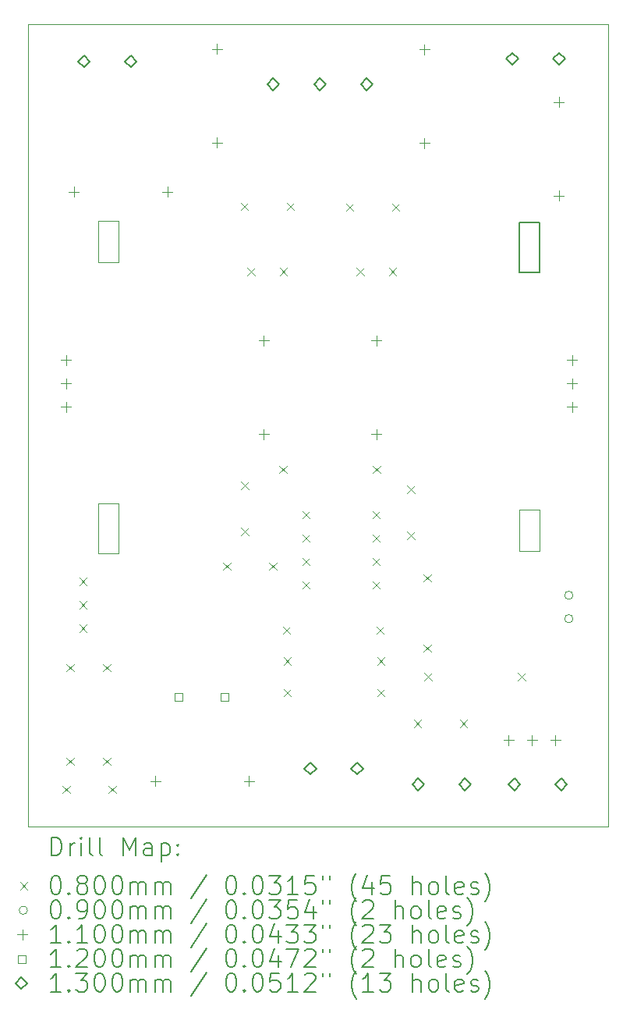
<source format=gbr>
%TF.GenerationSoftware,KiCad,Pcbnew,7.0.10-dirty*%
%TF.CreationDate,2024-02-04T15:30:24-03:00*%
%TF.ProjectId,simetrica,73696d65-7472-4696-9361-2e6b69636164,Version 2.0*%
%TF.SameCoordinates,Original*%
%TF.FileFunction,Drillmap*%
%TF.FilePolarity,Positive*%
%FSLAX45Y45*%
G04 Gerber Fmt 4.5, Leading zero omitted, Abs format (unit mm)*
G04 Created by KiCad (PCBNEW 7.0.10-dirty) date 2024-02-04 15:30:24*
%MOMM*%
%LPD*%
G01*
G04 APERTURE LIST*
%ADD10C,0.100000*%
%ADD11C,0.150000*%
%ADD12C,0.200000*%
%ADD13C,0.110000*%
%ADD14C,0.120000*%
%ADD15C,0.130000*%
G04 APERTURE END LIST*
D10*
X11061000Y-7135000D02*
X11283000Y-7135000D01*
X11283000Y-7584000D01*
X11061000Y-7584000D01*
X11061000Y-7135000D01*
D11*
X15640000Y-7148000D02*
X15860000Y-7148000D01*
X15860000Y-7688000D01*
X15640000Y-7688000D01*
X15640000Y-7148000D01*
D10*
X11062000Y-10193000D02*
X11282000Y-10193000D01*
X11282000Y-10735000D01*
X11062000Y-10735000D01*
X11062000Y-10193000D01*
X10300000Y-5000000D02*
X16600000Y-5000000D01*
X16600000Y-13700000D01*
X10300000Y-13700000D01*
X10300000Y-5000000D01*
X15633000Y-10261500D02*
X15855000Y-10261500D01*
X15855000Y-10710500D01*
X15633000Y-10710500D01*
X15633000Y-10261500D01*
D12*
D10*
X10677000Y-13259000D02*
X10757000Y-13339000D01*
X10757000Y-13259000D02*
X10677000Y-13339000D01*
X10721000Y-11936000D02*
X10801000Y-12016000D01*
X10801000Y-11936000D02*
X10721000Y-12016000D01*
X10721000Y-12952000D02*
X10801000Y-13032000D01*
X10801000Y-12952000D02*
X10721000Y-13032000D01*
X10860000Y-11003000D02*
X10940000Y-11083000D01*
X10940000Y-11003000D02*
X10860000Y-11083000D01*
X10860000Y-11257000D02*
X10940000Y-11337000D01*
X10940000Y-11257000D02*
X10860000Y-11337000D01*
X10860000Y-11511000D02*
X10940000Y-11591000D01*
X10940000Y-11511000D02*
X10860000Y-11591000D01*
X11117000Y-11936000D02*
X11197000Y-12016000D01*
X11197000Y-11936000D02*
X11117000Y-12016000D01*
X11117000Y-12952000D02*
X11197000Y-13032000D01*
X11197000Y-12952000D02*
X11117000Y-13032000D01*
X11177000Y-13259000D02*
X11257000Y-13339000D01*
X11257000Y-13259000D02*
X11177000Y-13339000D01*
X12421000Y-10836000D02*
X12501000Y-10916000D01*
X12501000Y-10836000D02*
X12421000Y-10916000D01*
X12613000Y-6935000D02*
X12693000Y-7015000D01*
X12693000Y-6935000D02*
X12613000Y-7015000D01*
X12616000Y-9960000D02*
X12696000Y-10040000D01*
X12696000Y-9960000D02*
X12616000Y-10040000D01*
X12616000Y-10460000D02*
X12696000Y-10540000D01*
X12696000Y-10460000D02*
X12616000Y-10540000D01*
X12683000Y-7642000D02*
X12763000Y-7722000D01*
X12763000Y-7642000D02*
X12683000Y-7722000D01*
X12921000Y-10836000D02*
X13001000Y-10916000D01*
X13001000Y-10836000D02*
X12921000Y-10916000D01*
X13032000Y-9788000D02*
X13112000Y-9868000D01*
X13112000Y-9788000D02*
X13032000Y-9868000D01*
X13033000Y-7642000D02*
X13113000Y-7722000D01*
X13113000Y-7642000D02*
X13033000Y-7722000D01*
X13069000Y-11531000D02*
X13149000Y-11611000D01*
X13149000Y-11531000D02*
X13069000Y-11611000D01*
X13077000Y-11866000D02*
X13157000Y-11946000D01*
X13157000Y-11866000D02*
X13077000Y-11946000D01*
X13077000Y-12208000D02*
X13157000Y-12288000D01*
X13157000Y-12208000D02*
X13077000Y-12288000D01*
X13113000Y-6935000D02*
X13193000Y-7015000D01*
X13193000Y-6935000D02*
X13113000Y-7015000D01*
X13279000Y-10277000D02*
X13359000Y-10357000D01*
X13359000Y-10277000D02*
X13279000Y-10357000D01*
X13279000Y-10531000D02*
X13359000Y-10611000D01*
X13359000Y-10531000D02*
X13279000Y-10611000D01*
X13279000Y-10785000D02*
X13359000Y-10865000D01*
X13359000Y-10785000D02*
X13279000Y-10865000D01*
X13279000Y-11039000D02*
X13359000Y-11119000D01*
X13359000Y-11039000D02*
X13279000Y-11119000D01*
X13756000Y-6941000D02*
X13836000Y-7021000D01*
X13836000Y-6941000D02*
X13756000Y-7021000D01*
X13869265Y-7642000D02*
X13949265Y-7722000D01*
X13949265Y-7642000D02*
X13869265Y-7722000D01*
X14041000Y-10277000D02*
X14121000Y-10357000D01*
X14121000Y-10277000D02*
X14041000Y-10357000D01*
X14041000Y-10531000D02*
X14121000Y-10611000D01*
X14121000Y-10531000D02*
X14041000Y-10611000D01*
X14041000Y-10785000D02*
X14121000Y-10865000D01*
X14121000Y-10785000D02*
X14041000Y-10865000D01*
X14041000Y-11039000D02*
X14121000Y-11119000D01*
X14121000Y-11039000D02*
X14041000Y-11119000D01*
X14048000Y-9788000D02*
X14128000Y-9868000D01*
X14128000Y-9788000D02*
X14048000Y-9868000D01*
X14085000Y-11531000D02*
X14165000Y-11611000D01*
X14165000Y-11531000D02*
X14085000Y-11611000D01*
X14093000Y-11866000D02*
X14173000Y-11946000D01*
X14173000Y-11866000D02*
X14093000Y-11946000D01*
X14093000Y-12208000D02*
X14173000Y-12288000D01*
X14173000Y-12208000D02*
X14093000Y-12288000D01*
X14219265Y-7642000D02*
X14299265Y-7722000D01*
X14299265Y-7642000D02*
X14219265Y-7722000D01*
X14256000Y-6941000D02*
X14336000Y-7021000D01*
X14336000Y-6941000D02*
X14256000Y-7021000D01*
X14418000Y-10002000D02*
X14498000Y-10082000D01*
X14498000Y-10002000D02*
X14418000Y-10082000D01*
X14418000Y-10502000D02*
X14498000Y-10582000D01*
X14498000Y-10502000D02*
X14418000Y-10582000D01*
X14493000Y-12543000D02*
X14573000Y-12623000D01*
X14573000Y-12543000D02*
X14493000Y-12623000D01*
X14598000Y-10966000D02*
X14678000Y-11046000D01*
X14678000Y-10966000D02*
X14598000Y-11046000D01*
X14598000Y-11728000D02*
X14678000Y-11808000D01*
X14678000Y-11728000D02*
X14598000Y-11808000D01*
X14606000Y-12036000D02*
X14686000Y-12116000D01*
X14686000Y-12036000D02*
X14606000Y-12116000D01*
X14993000Y-12543000D02*
X15073000Y-12623000D01*
X15073000Y-12543000D02*
X14993000Y-12623000D01*
X15622000Y-12036000D02*
X15702000Y-12116000D01*
X15702000Y-12036000D02*
X15622000Y-12116000D01*
X16219000Y-11192500D02*
G75*
G03*
X16129000Y-11192500I-45000J0D01*
G01*
X16129000Y-11192500D02*
G75*
G03*
X16219000Y-11192500I45000J0D01*
G01*
X16219000Y-11446500D02*
G75*
G03*
X16129000Y-11446500I-45000J0D01*
G01*
X16129000Y-11446500D02*
G75*
G03*
X16219000Y-11446500I45000J0D01*
G01*
D13*
X10715000Y-8584000D02*
X10715000Y-8694000D01*
X10660000Y-8639000D02*
X10770000Y-8639000D01*
X10715000Y-8838000D02*
X10715000Y-8948000D01*
X10660000Y-8893000D02*
X10770000Y-8893000D01*
X10715000Y-9092000D02*
X10715000Y-9202000D01*
X10660000Y-9147000D02*
X10770000Y-9147000D01*
X10800000Y-6762000D02*
X10800000Y-6872000D01*
X10745000Y-6817000D02*
X10855000Y-6817000D01*
X11684000Y-13154000D02*
X11684000Y-13264000D01*
X11629000Y-13209000D02*
X11739000Y-13209000D01*
X11816000Y-6762000D02*
X11816000Y-6872000D01*
X11761000Y-6817000D02*
X11871000Y-6817000D01*
X12352000Y-5210000D02*
X12352000Y-5320000D01*
X12297000Y-5265000D02*
X12407000Y-5265000D01*
X12352000Y-6226000D02*
X12352000Y-6336000D01*
X12297000Y-6281000D02*
X12407000Y-6281000D01*
X12700000Y-13154000D02*
X12700000Y-13264000D01*
X12645000Y-13209000D02*
X12755000Y-13209000D01*
X12863000Y-8374000D02*
X12863000Y-8484000D01*
X12808000Y-8429000D02*
X12918000Y-8429000D01*
X12863000Y-9390000D02*
X12863000Y-9500000D01*
X12808000Y-9445000D02*
X12918000Y-9445000D01*
X14086000Y-8374000D02*
X14086000Y-8484000D01*
X14031000Y-8429000D02*
X14141000Y-8429000D01*
X14086000Y-9390000D02*
X14086000Y-9500000D01*
X14031000Y-9445000D02*
X14141000Y-9445000D01*
X14607000Y-5215000D02*
X14607000Y-5325000D01*
X14552000Y-5270000D02*
X14662000Y-5270000D01*
X14607000Y-6231000D02*
X14607000Y-6341000D01*
X14552000Y-6286000D02*
X14662000Y-6286000D01*
X15520000Y-12708000D02*
X15520000Y-12818000D01*
X15465000Y-12763000D02*
X15575000Y-12763000D01*
X15774000Y-12708000D02*
X15774000Y-12818000D01*
X15719000Y-12763000D02*
X15829000Y-12763000D01*
X16028000Y-12708000D02*
X16028000Y-12818000D01*
X15973000Y-12763000D02*
X16083000Y-12763000D01*
X16066000Y-5788000D02*
X16066000Y-5898000D01*
X16011000Y-5843000D02*
X16121000Y-5843000D01*
X16066000Y-6804000D02*
X16066000Y-6914000D01*
X16011000Y-6859000D02*
X16121000Y-6859000D01*
X16208000Y-8584000D02*
X16208000Y-8694000D01*
X16153000Y-8639000D02*
X16263000Y-8639000D01*
X16208000Y-8838000D02*
X16208000Y-8948000D01*
X16153000Y-8893000D02*
X16263000Y-8893000D01*
X16208000Y-9092000D02*
X16208000Y-9202000D01*
X16153000Y-9147000D02*
X16263000Y-9147000D01*
D14*
X11978948Y-12337427D02*
X11978948Y-12252573D01*
X11894095Y-12252573D01*
X11894095Y-12337427D01*
X11978948Y-12337427D01*
X12478948Y-12337427D02*
X12478948Y-12252573D01*
X12394095Y-12252573D01*
X12394095Y-12337427D01*
X12478948Y-12337427D01*
D15*
X10909000Y-5467000D02*
X10974000Y-5402000D01*
X10909000Y-5337000D01*
X10844000Y-5402000D01*
X10909000Y-5467000D01*
X11417000Y-5467000D02*
X11482000Y-5402000D01*
X11417000Y-5337000D01*
X11352000Y-5402000D01*
X11417000Y-5467000D01*
X12963500Y-5715500D02*
X13028500Y-5650500D01*
X12963500Y-5585500D01*
X12898500Y-5650500D01*
X12963500Y-5715500D01*
X13367500Y-13136500D02*
X13432500Y-13071500D01*
X13367500Y-13006500D01*
X13302500Y-13071500D01*
X13367500Y-13136500D01*
X13471500Y-5715500D02*
X13536500Y-5650500D01*
X13471500Y-5585500D01*
X13406500Y-5650500D01*
X13471500Y-5715500D01*
X13875500Y-13136500D02*
X13940500Y-13071500D01*
X13875500Y-13006500D01*
X13810500Y-13071500D01*
X13875500Y-13136500D01*
X13979500Y-5715500D02*
X14044500Y-5650500D01*
X13979500Y-5585500D01*
X13914500Y-5650500D01*
X13979500Y-5715500D01*
X14539000Y-13308000D02*
X14604000Y-13243000D01*
X14539000Y-13178000D01*
X14474000Y-13243000D01*
X14539000Y-13308000D01*
X15047000Y-13308000D02*
X15112000Y-13243000D01*
X15047000Y-13178000D01*
X14982000Y-13243000D01*
X15047000Y-13308000D01*
X15561000Y-5439000D02*
X15626000Y-5374000D01*
X15561000Y-5309000D01*
X15496000Y-5374000D01*
X15561000Y-5439000D01*
X15583000Y-13308000D02*
X15648000Y-13243000D01*
X15583000Y-13178000D01*
X15518000Y-13243000D01*
X15583000Y-13308000D01*
X16069000Y-5439000D02*
X16134000Y-5374000D01*
X16069000Y-5309000D01*
X16004000Y-5374000D01*
X16069000Y-5439000D01*
X16091000Y-13308000D02*
X16156000Y-13243000D01*
X16091000Y-13178000D01*
X16026000Y-13243000D01*
X16091000Y-13308000D01*
D12*
X10555777Y-14016484D02*
X10555777Y-13816484D01*
X10555777Y-13816484D02*
X10603396Y-13816484D01*
X10603396Y-13816484D02*
X10631967Y-13826008D01*
X10631967Y-13826008D02*
X10651015Y-13845055D01*
X10651015Y-13845055D02*
X10660539Y-13864103D01*
X10660539Y-13864103D02*
X10670063Y-13902198D01*
X10670063Y-13902198D02*
X10670063Y-13930769D01*
X10670063Y-13930769D02*
X10660539Y-13968865D01*
X10660539Y-13968865D02*
X10651015Y-13987912D01*
X10651015Y-13987912D02*
X10631967Y-14006960D01*
X10631967Y-14006960D02*
X10603396Y-14016484D01*
X10603396Y-14016484D02*
X10555777Y-14016484D01*
X10755777Y-14016484D02*
X10755777Y-13883150D01*
X10755777Y-13921246D02*
X10765301Y-13902198D01*
X10765301Y-13902198D02*
X10774824Y-13892674D01*
X10774824Y-13892674D02*
X10793872Y-13883150D01*
X10793872Y-13883150D02*
X10812920Y-13883150D01*
X10879586Y-14016484D02*
X10879586Y-13883150D01*
X10879586Y-13816484D02*
X10870063Y-13826008D01*
X10870063Y-13826008D02*
X10879586Y-13835531D01*
X10879586Y-13835531D02*
X10889110Y-13826008D01*
X10889110Y-13826008D02*
X10879586Y-13816484D01*
X10879586Y-13816484D02*
X10879586Y-13835531D01*
X11003396Y-14016484D02*
X10984348Y-14006960D01*
X10984348Y-14006960D02*
X10974824Y-13987912D01*
X10974824Y-13987912D02*
X10974824Y-13816484D01*
X11108158Y-14016484D02*
X11089110Y-14006960D01*
X11089110Y-14006960D02*
X11079586Y-13987912D01*
X11079586Y-13987912D02*
X11079586Y-13816484D01*
X11336729Y-14016484D02*
X11336729Y-13816484D01*
X11336729Y-13816484D02*
X11403396Y-13959341D01*
X11403396Y-13959341D02*
X11470062Y-13816484D01*
X11470062Y-13816484D02*
X11470062Y-14016484D01*
X11651015Y-14016484D02*
X11651015Y-13911722D01*
X11651015Y-13911722D02*
X11641491Y-13892674D01*
X11641491Y-13892674D02*
X11622443Y-13883150D01*
X11622443Y-13883150D02*
X11584348Y-13883150D01*
X11584348Y-13883150D02*
X11565301Y-13892674D01*
X11651015Y-14006960D02*
X11631967Y-14016484D01*
X11631967Y-14016484D02*
X11584348Y-14016484D01*
X11584348Y-14016484D02*
X11565301Y-14006960D01*
X11565301Y-14006960D02*
X11555777Y-13987912D01*
X11555777Y-13987912D02*
X11555777Y-13968865D01*
X11555777Y-13968865D02*
X11565301Y-13949817D01*
X11565301Y-13949817D02*
X11584348Y-13940293D01*
X11584348Y-13940293D02*
X11631967Y-13940293D01*
X11631967Y-13940293D02*
X11651015Y-13930769D01*
X11746253Y-13883150D02*
X11746253Y-14083150D01*
X11746253Y-13892674D02*
X11765301Y-13883150D01*
X11765301Y-13883150D02*
X11803396Y-13883150D01*
X11803396Y-13883150D02*
X11822443Y-13892674D01*
X11822443Y-13892674D02*
X11831967Y-13902198D01*
X11831967Y-13902198D02*
X11841491Y-13921246D01*
X11841491Y-13921246D02*
X11841491Y-13978388D01*
X11841491Y-13978388D02*
X11831967Y-13997436D01*
X11831967Y-13997436D02*
X11822443Y-14006960D01*
X11822443Y-14006960D02*
X11803396Y-14016484D01*
X11803396Y-14016484D02*
X11765301Y-14016484D01*
X11765301Y-14016484D02*
X11746253Y-14006960D01*
X11927205Y-13997436D02*
X11936729Y-14006960D01*
X11936729Y-14006960D02*
X11927205Y-14016484D01*
X11927205Y-14016484D02*
X11917682Y-14006960D01*
X11917682Y-14006960D02*
X11927205Y-13997436D01*
X11927205Y-13997436D02*
X11927205Y-14016484D01*
X11927205Y-13892674D02*
X11936729Y-13902198D01*
X11936729Y-13902198D02*
X11927205Y-13911722D01*
X11927205Y-13911722D02*
X11917682Y-13902198D01*
X11917682Y-13902198D02*
X11927205Y-13892674D01*
X11927205Y-13892674D02*
X11927205Y-13911722D01*
D10*
X10215000Y-14305000D02*
X10295000Y-14385000D01*
X10295000Y-14305000D02*
X10215000Y-14385000D01*
D12*
X10593872Y-14236484D02*
X10612920Y-14236484D01*
X10612920Y-14236484D02*
X10631967Y-14246008D01*
X10631967Y-14246008D02*
X10641491Y-14255531D01*
X10641491Y-14255531D02*
X10651015Y-14274579D01*
X10651015Y-14274579D02*
X10660539Y-14312674D01*
X10660539Y-14312674D02*
X10660539Y-14360293D01*
X10660539Y-14360293D02*
X10651015Y-14398388D01*
X10651015Y-14398388D02*
X10641491Y-14417436D01*
X10641491Y-14417436D02*
X10631967Y-14426960D01*
X10631967Y-14426960D02*
X10612920Y-14436484D01*
X10612920Y-14436484D02*
X10593872Y-14436484D01*
X10593872Y-14436484D02*
X10574824Y-14426960D01*
X10574824Y-14426960D02*
X10565301Y-14417436D01*
X10565301Y-14417436D02*
X10555777Y-14398388D01*
X10555777Y-14398388D02*
X10546253Y-14360293D01*
X10546253Y-14360293D02*
X10546253Y-14312674D01*
X10546253Y-14312674D02*
X10555777Y-14274579D01*
X10555777Y-14274579D02*
X10565301Y-14255531D01*
X10565301Y-14255531D02*
X10574824Y-14246008D01*
X10574824Y-14246008D02*
X10593872Y-14236484D01*
X10746253Y-14417436D02*
X10755777Y-14426960D01*
X10755777Y-14426960D02*
X10746253Y-14436484D01*
X10746253Y-14436484D02*
X10736729Y-14426960D01*
X10736729Y-14426960D02*
X10746253Y-14417436D01*
X10746253Y-14417436D02*
X10746253Y-14436484D01*
X10870063Y-14322198D02*
X10851015Y-14312674D01*
X10851015Y-14312674D02*
X10841491Y-14303150D01*
X10841491Y-14303150D02*
X10831967Y-14284103D01*
X10831967Y-14284103D02*
X10831967Y-14274579D01*
X10831967Y-14274579D02*
X10841491Y-14255531D01*
X10841491Y-14255531D02*
X10851015Y-14246008D01*
X10851015Y-14246008D02*
X10870063Y-14236484D01*
X10870063Y-14236484D02*
X10908158Y-14236484D01*
X10908158Y-14236484D02*
X10927205Y-14246008D01*
X10927205Y-14246008D02*
X10936729Y-14255531D01*
X10936729Y-14255531D02*
X10946253Y-14274579D01*
X10946253Y-14274579D02*
X10946253Y-14284103D01*
X10946253Y-14284103D02*
X10936729Y-14303150D01*
X10936729Y-14303150D02*
X10927205Y-14312674D01*
X10927205Y-14312674D02*
X10908158Y-14322198D01*
X10908158Y-14322198D02*
X10870063Y-14322198D01*
X10870063Y-14322198D02*
X10851015Y-14331722D01*
X10851015Y-14331722D02*
X10841491Y-14341246D01*
X10841491Y-14341246D02*
X10831967Y-14360293D01*
X10831967Y-14360293D02*
X10831967Y-14398388D01*
X10831967Y-14398388D02*
X10841491Y-14417436D01*
X10841491Y-14417436D02*
X10851015Y-14426960D01*
X10851015Y-14426960D02*
X10870063Y-14436484D01*
X10870063Y-14436484D02*
X10908158Y-14436484D01*
X10908158Y-14436484D02*
X10927205Y-14426960D01*
X10927205Y-14426960D02*
X10936729Y-14417436D01*
X10936729Y-14417436D02*
X10946253Y-14398388D01*
X10946253Y-14398388D02*
X10946253Y-14360293D01*
X10946253Y-14360293D02*
X10936729Y-14341246D01*
X10936729Y-14341246D02*
X10927205Y-14331722D01*
X10927205Y-14331722D02*
X10908158Y-14322198D01*
X11070063Y-14236484D02*
X11089110Y-14236484D01*
X11089110Y-14236484D02*
X11108158Y-14246008D01*
X11108158Y-14246008D02*
X11117682Y-14255531D01*
X11117682Y-14255531D02*
X11127205Y-14274579D01*
X11127205Y-14274579D02*
X11136729Y-14312674D01*
X11136729Y-14312674D02*
X11136729Y-14360293D01*
X11136729Y-14360293D02*
X11127205Y-14398388D01*
X11127205Y-14398388D02*
X11117682Y-14417436D01*
X11117682Y-14417436D02*
X11108158Y-14426960D01*
X11108158Y-14426960D02*
X11089110Y-14436484D01*
X11089110Y-14436484D02*
X11070063Y-14436484D01*
X11070063Y-14436484D02*
X11051015Y-14426960D01*
X11051015Y-14426960D02*
X11041491Y-14417436D01*
X11041491Y-14417436D02*
X11031967Y-14398388D01*
X11031967Y-14398388D02*
X11022444Y-14360293D01*
X11022444Y-14360293D02*
X11022444Y-14312674D01*
X11022444Y-14312674D02*
X11031967Y-14274579D01*
X11031967Y-14274579D02*
X11041491Y-14255531D01*
X11041491Y-14255531D02*
X11051015Y-14246008D01*
X11051015Y-14246008D02*
X11070063Y-14236484D01*
X11260539Y-14236484D02*
X11279586Y-14236484D01*
X11279586Y-14236484D02*
X11298634Y-14246008D01*
X11298634Y-14246008D02*
X11308158Y-14255531D01*
X11308158Y-14255531D02*
X11317682Y-14274579D01*
X11317682Y-14274579D02*
X11327205Y-14312674D01*
X11327205Y-14312674D02*
X11327205Y-14360293D01*
X11327205Y-14360293D02*
X11317682Y-14398388D01*
X11317682Y-14398388D02*
X11308158Y-14417436D01*
X11308158Y-14417436D02*
X11298634Y-14426960D01*
X11298634Y-14426960D02*
X11279586Y-14436484D01*
X11279586Y-14436484D02*
X11260539Y-14436484D01*
X11260539Y-14436484D02*
X11241491Y-14426960D01*
X11241491Y-14426960D02*
X11231967Y-14417436D01*
X11231967Y-14417436D02*
X11222443Y-14398388D01*
X11222443Y-14398388D02*
X11212920Y-14360293D01*
X11212920Y-14360293D02*
X11212920Y-14312674D01*
X11212920Y-14312674D02*
X11222443Y-14274579D01*
X11222443Y-14274579D02*
X11231967Y-14255531D01*
X11231967Y-14255531D02*
X11241491Y-14246008D01*
X11241491Y-14246008D02*
X11260539Y-14236484D01*
X11412920Y-14436484D02*
X11412920Y-14303150D01*
X11412920Y-14322198D02*
X11422443Y-14312674D01*
X11422443Y-14312674D02*
X11441491Y-14303150D01*
X11441491Y-14303150D02*
X11470063Y-14303150D01*
X11470063Y-14303150D02*
X11489110Y-14312674D01*
X11489110Y-14312674D02*
X11498634Y-14331722D01*
X11498634Y-14331722D02*
X11498634Y-14436484D01*
X11498634Y-14331722D02*
X11508158Y-14312674D01*
X11508158Y-14312674D02*
X11527205Y-14303150D01*
X11527205Y-14303150D02*
X11555777Y-14303150D01*
X11555777Y-14303150D02*
X11574824Y-14312674D01*
X11574824Y-14312674D02*
X11584348Y-14331722D01*
X11584348Y-14331722D02*
X11584348Y-14436484D01*
X11679586Y-14436484D02*
X11679586Y-14303150D01*
X11679586Y-14322198D02*
X11689110Y-14312674D01*
X11689110Y-14312674D02*
X11708158Y-14303150D01*
X11708158Y-14303150D02*
X11736729Y-14303150D01*
X11736729Y-14303150D02*
X11755777Y-14312674D01*
X11755777Y-14312674D02*
X11765301Y-14331722D01*
X11765301Y-14331722D02*
X11765301Y-14436484D01*
X11765301Y-14331722D02*
X11774824Y-14312674D01*
X11774824Y-14312674D02*
X11793872Y-14303150D01*
X11793872Y-14303150D02*
X11822443Y-14303150D01*
X11822443Y-14303150D02*
X11841491Y-14312674D01*
X11841491Y-14312674D02*
X11851015Y-14331722D01*
X11851015Y-14331722D02*
X11851015Y-14436484D01*
X12241491Y-14226960D02*
X12070063Y-14484103D01*
X12498634Y-14236484D02*
X12517682Y-14236484D01*
X12517682Y-14236484D02*
X12536729Y-14246008D01*
X12536729Y-14246008D02*
X12546253Y-14255531D01*
X12546253Y-14255531D02*
X12555777Y-14274579D01*
X12555777Y-14274579D02*
X12565301Y-14312674D01*
X12565301Y-14312674D02*
X12565301Y-14360293D01*
X12565301Y-14360293D02*
X12555777Y-14398388D01*
X12555777Y-14398388D02*
X12546253Y-14417436D01*
X12546253Y-14417436D02*
X12536729Y-14426960D01*
X12536729Y-14426960D02*
X12517682Y-14436484D01*
X12517682Y-14436484D02*
X12498634Y-14436484D01*
X12498634Y-14436484D02*
X12479586Y-14426960D01*
X12479586Y-14426960D02*
X12470063Y-14417436D01*
X12470063Y-14417436D02*
X12460539Y-14398388D01*
X12460539Y-14398388D02*
X12451015Y-14360293D01*
X12451015Y-14360293D02*
X12451015Y-14312674D01*
X12451015Y-14312674D02*
X12460539Y-14274579D01*
X12460539Y-14274579D02*
X12470063Y-14255531D01*
X12470063Y-14255531D02*
X12479586Y-14246008D01*
X12479586Y-14246008D02*
X12498634Y-14236484D01*
X12651015Y-14417436D02*
X12660539Y-14426960D01*
X12660539Y-14426960D02*
X12651015Y-14436484D01*
X12651015Y-14436484D02*
X12641491Y-14426960D01*
X12641491Y-14426960D02*
X12651015Y-14417436D01*
X12651015Y-14417436D02*
X12651015Y-14436484D01*
X12784348Y-14236484D02*
X12803396Y-14236484D01*
X12803396Y-14236484D02*
X12822444Y-14246008D01*
X12822444Y-14246008D02*
X12831967Y-14255531D01*
X12831967Y-14255531D02*
X12841491Y-14274579D01*
X12841491Y-14274579D02*
X12851015Y-14312674D01*
X12851015Y-14312674D02*
X12851015Y-14360293D01*
X12851015Y-14360293D02*
X12841491Y-14398388D01*
X12841491Y-14398388D02*
X12831967Y-14417436D01*
X12831967Y-14417436D02*
X12822444Y-14426960D01*
X12822444Y-14426960D02*
X12803396Y-14436484D01*
X12803396Y-14436484D02*
X12784348Y-14436484D01*
X12784348Y-14436484D02*
X12765301Y-14426960D01*
X12765301Y-14426960D02*
X12755777Y-14417436D01*
X12755777Y-14417436D02*
X12746253Y-14398388D01*
X12746253Y-14398388D02*
X12736729Y-14360293D01*
X12736729Y-14360293D02*
X12736729Y-14312674D01*
X12736729Y-14312674D02*
X12746253Y-14274579D01*
X12746253Y-14274579D02*
X12755777Y-14255531D01*
X12755777Y-14255531D02*
X12765301Y-14246008D01*
X12765301Y-14246008D02*
X12784348Y-14236484D01*
X12917682Y-14236484D02*
X13041491Y-14236484D01*
X13041491Y-14236484D02*
X12974825Y-14312674D01*
X12974825Y-14312674D02*
X13003396Y-14312674D01*
X13003396Y-14312674D02*
X13022444Y-14322198D01*
X13022444Y-14322198D02*
X13031967Y-14331722D01*
X13031967Y-14331722D02*
X13041491Y-14350769D01*
X13041491Y-14350769D02*
X13041491Y-14398388D01*
X13041491Y-14398388D02*
X13031967Y-14417436D01*
X13031967Y-14417436D02*
X13022444Y-14426960D01*
X13022444Y-14426960D02*
X13003396Y-14436484D01*
X13003396Y-14436484D02*
X12946253Y-14436484D01*
X12946253Y-14436484D02*
X12927206Y-14426960D01*
X12927206Y-14426960D02*
X12917682Y-14417436D01*
X13231967Y-14436484D02*
X13117682Y-14436484D01*
X13174825Y-14436484D02*
X13174825Y-14236484D01*
X13174825Y-14236484D02*
X13155777Y-14265055D01*
X13155777Y-14265055D02*
X13136729Y-14284103D01*
X13136729Y-14284103D02*
X13117682Y-14293627D01*
X13412920Y-14236484D02*
X13317682Y-14236484D01*
X13317682Y-14236484D02*
X13308158Y-14331722D01*
X13308158Y-14331722D02*
X13317682Y-14322198D01*
X13317682Y-14322198D02*
X13336729Y-14312674D01*
X13336729Y-14312674D02*
X13384348Y-14312674D01*
X13384348Y-14312674D02*
X13403396Y-14322198D01*
X13403396Y-14322198D02*
X13412920Y-14331722D01*
X13412920Y-14331722D02*
X13422444Y-14350769D01*
X13422444Y-14350769D02*
X13422444Y-14398388D01*
X13422444Y-14398388D02*
X13412920Y-14417436D01*
X13412920Y-14417436D02*
X13403396Y-14426960D01*
X13403396Y-14426960D02*
X13384348Y-14436484D01*
X13384348Y-14436484D02*
X13336729Y-14436484D01*
X13336729Y-14436484D02*
X13317682Y-14426960D01*
X13317682Y-14426960D02*
X13308158Y-14417436D01*
X13498634Y-14236484D02*
X13498634Y-14274579D01*
X13574825Y-14236484D02*
X13574825Y-14274579D01*
X13870063Y-14512674D02*
X13860539Y-14503150D01*
X13860539Y-14503150D02*
X13841491Y-14474579D01*
X13841491Y-14474579D02*
X13831968Y-14455531D01*
X13831968Y-14455531D02*
X13822444Y-14426960D01*
X13822444Y-14426960D02*
X13812920Y-14379341D01*
X13812920Y-14379341D02*
X13812920Y-14341246D01*
X13812920Y-14341246D02*
X13822444Y-14293627D01*
X13822444Y-14293627D02*
X13831968Y-14265055D01*
X13831968Y-14265055D02*
X13841491Y-14246008D01*
X13841491Y-14246008D02*
X13860539Y-14217436D01*
X13860539Y-14217436D02*
X13870063Y-14207912D01*
X14031968Y-14303150D02*
X14031968Y-14436484D01*
X13984348Y-14226960D02*
X13936729Y-14369817D01*
X13936729Y-14369817D02*
X14060539Y-14369817D01*
X14231968Y-14236484D02*
X14136729Y-14236484D01*
X14136729Y-14236484D02*
X14127206Y-14331722D01*
X14127206Y-14331722D02*
X14136729Y-14322198D01*
X14136729Y-14322198D02*
X14155777Y-14312674D01*
X14155777Y-14312674D02*
X14203396Y-14312674D01*
X14203396Y-14312674D02*
X14222444Y-14322198D01*
X14222444Y-14322198D02*
X14231968Y-14331722D01*
X14231968Y-14331722D02*
X14241491Y-14350769D01*
X14241491Y-14350769D02*
X14241491Y-14398388D01*
X14241491Y-14398388D02*
X14231968Y-14417436D01*
X14231968Y-14417436D02*
X14222444Y-14426960D01*
X14222444Y-14426960D02*
X14203396Y-14436484D01*
X14203396Y-14436484D02*
X14155777Y-14436484D01*
X14155777Y-14436484D02*
X14136729Y-14426960D01*
X14136729Y-14426960D02*
X14127206Y-14417436D01*
X14479587Y-14436484D02*
X14479587Y-14236484D01*
X14565301Y-14436484D02*
X14565301Y-14331722D01*
X14565301Y-14331722D02*
X14555777Y-14312674D01*
X14555777Y-14312674D02*
X14536730Y-14303150D01*
X14536730Y-14303150D02*
X14508158Y-14303150D01*
X14508158Y-14303150D02*
X14489110Y-14312674D01*
X14489110Y-14312674D02*
X14479587Y-14322198D01*
X14689110Y-14436484D02*
X14670063Y-14426960D01*
X14670063Y-14426960D02*
X14660539Y-14417436D01*
X14660539Y-14417436D02*
X14651015Y-14398388D01*
X14651015Y-14398388D02*
X14651015Y-14341246D01*
X14651015Y-14341246D02*
X14660539Y-14322198D01*
X14660539Y-14322198D02*
X14670063Y-14312674D01*
X14670063Y-14312674D02*
X14689110Y-14303150D01*
X14689110Y-14303150D02*
X14717682Y-14303150D01*
X14717682Y-14303150D02*
X14736730Y-14312674D01*
X14736730Y-14312674D02*
X14746253Y-14322198D01*
X14746253Y-14322198D02*
X14755777Y-14341246D01*
X14755777Y-14341246D02*
X14755777Y-14398388D01*
X14755777Y-14398388D02*
X14746253Y-14417436D01*
X14746253Y-14417436D02*
X14736730Y-14426960D01*
X14736730Y-14426960D02*
X14717682Y-14436484D01*
X14717682Y-14436484D02*
X14689110Y-14436484D01*
X14870063Y-14436484D02*
X14851015Y-14426960D01*
X14851015Y-14426960D02*
X14841491Y-14407912D01*
X14841491Y-14407912D02*
X14841491Y-14236484D01*
X15022444Y-14426960D02*
X15003396Y-14436484D01*
X15003396Y-14436484D02*
X14965301Y-14436484D01*
X14965301Y-14436484D02*
X14946253Y-14426960D01*
X14946253Y-14426960D02*
X14936730Y-14407912D01*
X14936730Y-14407912D02*
X14936730Y-14331722D01*
X14936730Y-14331722D02*
X14946253Y-14312674D01*
X14946253Y-14312674D02*
X14965301Y-14303150D01*
X14965301Y-14303150D02*
X15003396Y-14303150D01*
X15003396Y-14303150D02*
X15022444Y-14312674D01*
X15022444Y-14312674D02*
X15031968Y-14331722D01*
X15031968Y-14331722D02*
X15031968Y-14350769D01*
X15031968Y-14350769D02*
X14936730Y-14369817D01*
X15108158Y-14426960D02*
X15127206Y-14436484D01*
X15127206Y-14436484D02*
X15165301Y-14436484D01*
X15165301Y-14436484D02*
X15184349Y-14426960D01*
X15184349Y-14426960D02*
X15193872Y-14407912D01*
X15193872Y-14407912D02*
X15193872Y-14398388D01*
X15193872Y-14398388D02*
X15184349Y-14379341D01*
X15184349Y-14379341D02*
X15165301Y-14369817D01*
X15165301Y-14369817D02*
X15136730Y-14369817D01*
X15136730Y-14369817D02*
X15117682Y-14360293D01*
X15117682Y-14360293D02*
X15108158Y-14341246D01*
X15108158Y-14341246D02*
X15108158Y-14331722D01*
X15108158Y-14331722D02*
X15117682Y-14312674D01*
X15117682Y-14312674D02*
X15136730Y-14303150D01*
X15136730Y-14303150D02*
X15165301Y-14303150D01*
X15165301Y-14303150D02*
X15184349Y-14312674D01*
X15260539Y-14512674D02*
X15270063Y-14503150D01*
X15270063Y-14503150D02*
X15289111Y-14474579D01*
X15289111Y-14474579D02*
X15298634Y-14455531D01*
X15298634Y-14455531D02*
X15308158Y-14426960D01*
X15308158Y-14426960D02*
X15317682Y-14379341D01*
X15317682Y-14379341D02*
X15317682Y-14341246D01*
X15317682Y-14341246D02*
X15308158Y-14293627D01*
X15308158Y-14293627D02*
X15298634Y-14265055D01*
X15298634Y-14265055D02*
X15289111Y-14246008D01*
X15289111Y-14246008D02*
X15270063Y-14217436D01*
X15270063Y-14217436D02*
X15260539Y-14207912D01*
D10*
X10295000Y-14609000D02*
G75*
G03*
X10205000Y-14609000I-45000J0D01*
G01*
X10205000Y-14609000D02*
G75*
G03*
X10295000Y-14609000I45000J0D01*
G01*
D12*
X10593872Y-14500484D02*
X10612920Y-14500484D01*
X10612920Y-14500484D02*
X10631967Y-14510008D01*
X10631967Y-14510008D02*
X10641491Y-14519531D01*
X10641491Y-14519531D02*
X10651015Y-14538579D01*
X10651015Y-14538579D02*
X10660539Y-14576674D01*
X10660539Y-14576674D02*
X10660539Y-14624293D01*
X10660539Y-14624293D02*
X10651015Y-14662388D01*
X10651015Y-14662388D02*
X10641491Y-14681436D01*
X10641491Y-14681436D02*
X10631967Y-14690960D01*
X10631967Y-14690960D02*
X10612920Y-14700484D01*
X10612920Y-14700484D02*
X10593872Y-14700484D01*
X10593872Y-14700484D02*
X10574824Y-14690960D01*
X10574824Y-14690960D02*
X10565301Y-14681436D01*
X10565301Y-14681436D02*
X10555777Y-14662388D01*
X10555777Y-14662388D02*
X10546253Y-14624293D01*
X10546253Y-14624293D02*
X10546253Y-14576674D01*
X10546253Y-14576674D02*
X10555777Y-14538579D01*
X10555777Y-14538579D02*
X10565301Y-14519531D01*
X10565301Y-14519531D02*
X10574824Y-14510008D01*
X10574824Y-14510008D02*
X10593872Y-14500484D01*
X10746253Y-14681436D02*
X10755777Y-14690960D01*
X10755777Y-14690960D02*
X10746253Y-14700484D01*
X10746253Y-14700484D02*
X10736729Y-14690960D01*
X10736729Y-14690960D02*
X10746253Y-14681436D01*
X10746253Y-14681436D02*
X10746253Y-14700484D01*
X10851015Y-14700484D02*
X10889110Y-14700484D01*
X10889110Y-14700484D02*
X10908158Y-14690960D01*
X10908158Y-14690960D02*
X10917682Y-14681436D01*
X10917682Y-14681436D02*
X10936729Y-14652865D01*
X10936729Y-14652865D02*
X10946253Y-14614769D01*
X10946253Y-14614769D02*
X10946253Y-14538579D01*
X10946253Y-14538579D02*
X10936729Y-14519531D01*
X10936729Y-14519531D02*
X10927205Y-14510008D01*
X10927205Y-14510008D02*
X10908158Y-14500484D01*
X10908158Y-14500484D02*
X10870063Y-14500484D01*
X10870063Y-14500484D02*
X10851015Y-14510008D01*
X10851015Y-14510008D02*
X10841491Y-14519531D01*
X10841491Y-14519531D02*
X10831967Y-14538579D01*
X10831967Y-14538579D02*
X10831967Y-14586198D01*
X10831967Y-14586198D02*
X10841491Y-14605246D01*
X10841491Y-14605246D02*
X10851015Y-14614769D01*
X10851015Y-14614769D02*
X10870063Y-14624293D01*
X10870063Y-14624293D02*
X10908158Y-14624293D01*
X10908158Y-14624293D02*
X10927205Y-14614769D01*
X10927205Y-14614769D02*
X10936729Y-14605246D01*
X10936729Y-14605246D02*
X10946253Y-14586198D01*
X11070063Y-14500484D02*
X11089110Y-14500484D01*
X11089110Y-14500484D02*
X11108158Y-14510008D01*
X11108158Y-14510008D02*
X11117682Y-14519531D01*
X11117682Y-14519531D02*
X11127205Y-14538579D01*
X11127205Y-14538579D02*
X11136729Y-14576674D01*
X11136729Y-14576674D02*
X11136729Y-14624293D01*
X11136729Y-14624293D02*
X11127205Y-14662388D01*
X11127205Y-14662388D02*
X11117682Y-14681436D01*
X11117682Y-14681436D02*
X11108158Y-14690960D01*
X11108158Y-14690960D02*
X11089110Y-14700484D01*
X11089110Y-14700484D02*
X11070063Y-14700484D01*
X11070063Y-14700484D02*
X11051015Y-14690960D01*
X11051015Y-14690960D02*
X11041491Y-14681436D01*
X11041491Y-14681436D02*
X11031967Y-14662388D01*
X11031967Y-14662388D02*
X11022444Y-14624293D01*
X11022444Y-14624293D02*
X11022444Y-14576674D01*
X11022444Y-14576674D02*
X11031967Y-14538579D01*
X11031967Y-14538579D02*
X11041491Y-14519531D01*
X11041491Y-14519531D02*
X11051015Y-14510008D01*
X11051015Y-14510008D02*
X11070063Y-14500484D01*
X11260539Y-14500484D02*
X11279586Y-14500484D01*
X11279586Y-14500484D02*
X11298634Y-14510008D01*
X11298634Y-14510008D02*
X11308158Y-14519531D01*
X11308158Y-14519531D02*
X11317682Y-14538579D01*
X11317682Y-14538579D02*
X11327205Y-14576674D01*
X11327205Y-14576674D02*
X11327205Y-14624293D01*
X11327205Y-14624293D02*
X11317682Y-14662388D01*
X11317682Y-14662388D02*
X11308158Y-14681436D01*
X11308158Y-14681436D02*
X11298634Y-14690960D01*
X11298634Y-14690960D02*
X11279586Y-14700484D01*
X11279586Y-14700484D02*
X11260539Y-14700484D01*
X11260539Y-14700484D02*
X11241491Y-14690960D01*
X11241491Y-14690960D02*
X11231967Y-14681436D01*
X11231967Y-14681436D02*
X11222443Y-14662388D01*
X11222443Y-14662388D02*
X11212920Y-14624293D01*
X11212920Y-14624293D02*
X11212920Y-14576674D01*
X11212920Y-14576674D02*
X11222443Y-14538579D01*
X11222443Y-14538579D02*
X11231967Y-14519531D01*
X11231967Y-14519531D02*
X11241491Y-14510008D01*
X11241491Y-14510008D02*
X11260539Y-14500484D01*
X11412920Y-14700484D02*
X11412920Y-14567150D01*
X11412920Y-14586198D02*
X11422443Y-14576674D01*
X11422443Y-14576674D02*
X11441491Y-14567150D01*
X11441491Y-14567150D02*
X11470063Y-14567150D01*
X11470063Y-14567150D02*
X11489110Y-14576674D01*
X11489110Y-14576674D02*
X11498634Y-14595722D01*
X11498634Y-14595722D02*
X11498634Y-14700484D01*
X11498634Y-14595722D02*
X11508158Y-14576674D01*
X11508158Y-14576674D02*
X11527205Y-14567150D01*
X11527205Y-14567150D02*
X11555777Y-14567150D01*
X11555777Y-14567150D02*
X11574824Y-14576674D01*
X11574824Y-14576674D02*
X11584348Y-14595722D01*
X11584348Y-14595722D02*
X11584348Y-14700484D01*
X11679586Y-14700484D02*
X11679586Y-14567150D01*
X11679586Y-14586198D02*
X11689110Y-14576674D01*
X11689110Y-14576674D02*
X11708158Y-14567150D01*
X11708158Y-14567150D02*
X11736729Y-14567150D01*
X11736729Y-14567150D02*
X11755777Y-14576674D01*
X11755777Y-14576674D02*
X11765301Y-14595722D01*
X11765301Y-14595722D02*
X11765301Y-14700484D01*
X11765301Y-14595722D02*
X11774824Y-14576674D01*
X11774824Y-14576674D02*
X11793872Y-14567150D01*
X11793872Y-14567150D02*
X11822443Y-14567150D01*
X11822443Y-14567150D02*
X11841491Y-14576674D01*
X11841491Y-14576674D02*
X11851015Y-14595722D01*
X11851015Y-14595722D02*
X11851015Y-14700484D01*
X12241491Y-14490960D02*
X12070063Y-14748103D01*
X12498634Y-14500484D02*
X12517682Y-14500484D01*
X12517682Y-14500484D02*
X12536729Y-14510008D01*
X12536729Y-14510008D02*
X12546253Y-14519531D01*
X12546253Y-14519531D02*
X12555777Y-14538579D01*
X12555777Y-14538579D02*
X12565301Y-14576674D01*
X12565301Y-14576674D02*
X12565301Y-14624293D01*
X12565301Y-14624293D02*
X12555777Y-14662388D01*
X12555777Y-14662388D02*
X12546253Y-14681436D01*
X12546253Y-14681436D02*
X12536729Y-14690960D01*
X12536729Y-14690960D02*
X12517682Y-14700484D01*
X12517682Y-14700484D02*
X12498634Y-14700484D01*
X12498634Y-14700484D02*
X12479586Y-14690960D01*
X12479586Y-14690960D02*
X12470063Y-14681436D01*
X12470063Y-14681436D02*
X12460539Y-14662388D01*
X12460539Y-14662388D02*
X12451015Y-14624293D01*
X12451015Y-14624293D02*
X12451015Y-14576674D01*
X12451015Y-14576674D02*
X12460539Y-14538579D01*
X12460539Y-14538579D02*
X12470063Y-14519531D01*
X12470063Y-14519531D02*
X12479586Y-14510008D01*
X12479586Y-14510008D02*
X12498634Y-14500484D01*
X12651015Y-14681436D02*
X12660539Y-14690960D01*
X12660539Y-14690960D02*
X12651015Y-14700484D01*
X12651015Y-14700484D02*
X12641491Y-14690960D01*
X12641491Y-14690960D02*
X12651015Y-14681436D01*
X12651015Y-14681436D02*
X12651015Y-14700484D01*
X12784348Y-14500484D02*
X12803396Y-14500484D01*
X12803396Y-14500484D02*
X12822444Y-14510008D01*
X12822444Y-14510008D02*
X12831967Y-14519531D01*
X12831967Y-14519531D02*
X12841491Y-14538579D01*
X12841491Y-14538579D02*
X12851015Y-14576674D01*
X12851015Y-14576674D02*
X12851015Y-14624293D01*
X12851015Y-14624293D02*
X12841491Y-14662388D01*
X12841491Y-14662388D02*
X12831967Y-14681436D01*
X12831967Y-14681436D02*
X12822444Y-14690960D01*
X12822444Y-14690960D02*
X12803396Y-14700484D01*
X12803396Y-14700484D02*
X12784348Y-14700484D01*
X12784348Y-14700484D02*
X12765301Y-14690960D01*
X12765301Y-14690960D02*
X12755777Y-14681436D01*
X12755777Y-14681436D02*
X12746253Y-14662388D01*
X12746253Y-14662388D02*
X12736729Y-14624293D01*
X12736729Y-14624293D02*
X12736729Y-14576674D01*
X12736729Y-14576674D02*
X12746253Y-14538579D01*
X12746253Y-14538579D02*
X12755777Y-14519531D01*
X12755777Y-14519531D02*
X12765301Y-14510008D01*
X12765301Y-14510008D02*
X12784348Y-14500484D01*
X12917682Y-14500484D02*
X13041491Y-14500484D01*
X13041491Y-14500484D02*
X12974825Y-14576674D01*
X12974825Y-14576674D02*
X13003396Y-14576674D01*
X13003396Y-14576674D02*
X13022444Y-14586198D01*
X13022444Y-14586198D02*
X13031967Y-14595722D01*
X13031967Y-14595722D02*
X13041491Y-14614769D01*
X13041491Y-14614769D02*
X13041491Y-14662388D01*
X13041491Y-14662388D02*
X13031967Y-14681436D01*
X13031967Y-14681436D02*
X13022444Y-14690960D01*
X13022444Y-14690960D02*
X13003396Y-14700484D01*
X13003396Y-14700484D02*
X12946253Y-14700484D01*
X12946253Y-14700484D02*
X12927206Y-14690960D01*
X12927206Y-14690960D02*
X12917682Y-14681436D01*
X13222444Y-14500484D02*
X13127206Y-14500484D01*
X13127206Y-14500484D02*
X13117682Y-14595722D01*
X13117682Y-14595722D02*
X13127206Y-14586198D01*
X13127206Y-14586198D02*
X13146253Y-14576674D01*
X13146253Y-14576674D02*
X13193872Y-14576674D01*
X13193872Y-14576674D02*
X13212920Y-14586198D01*
X13212920Y-14586198D02*
X13222444Y-14595722D01*
X13222444Y-14595722D02*
X13231967Y-14614769D01*
X13231967Y-14614769D02*
X13231967Y-14662388D01*
X13231967Y-14662388D02*
X13222444Y-14681436D01*
X13222444Y-14681436D02*
X13212920Y-14690960D01*
X13212920Y-14690960D02*
X13193872Y-14700484D01*
X13193872Y-14700484D02*
X13146253Y-14700484D01*
X13146253Y-14700484D02*
X13127206Y-14690960D01*
X13127206Y-14690960D02*
X13117682Y-14681436D01*
X13403396Y-14567150D02*
X13403396Y-14700484D01*
X13355777Y-14490960D02*
X13308158Y-14633817D01*
X13308158Y-14633817D02*
X13431967Y-14633817D01*
X13498634Y-14500484D02*
X13498634Y-14538579D01*
X13574825Y-14500484D02*
X13574825Y-14538579D01*
X13870063Y-14776674D02*
X13860539Y-14767150D01*
X13860539Y-14767150D02*
X13841491Y-14738579D01*
X13841491Y-14738579D02*
X13831968Y-14719531D01*
X13831968Y-14719531D02*
X13822444Y-14690960D01*
X13822444Y-14690960D02*
X13812920Y-14643341D01*
X13812920Y-14643341D02*
X13812920Y-14605246D01*
X13812920Y-14605246D02*
X13822444Y-14557627D01*
X13822444Y-14557627D02*
X13831968Y-14529055D01*
X13831968Y-14529055D02*
X13841491Y-14510008D01*
X13841491Y-14510008D02*
X13860539Y-14481436D01*
X13860539Y-14481436D02*
X13870063Y-14471912D01*
X13936729Y-14519531D02*
X13946253Y-14510008D01*
X13946253Y-14510008D02*
X13965301Y-14500484D01*
X13965301Y-14500484D02*
X14012920Y-14500484D01*
X14012920Y-14500484D02*
X14031968Y-14510008D01*
X14031968Y-14510008D02*
X14041491Y-14519531D01*
X14041491Y-14519531D02*
X14051015Y-14538579D01*
X14051015Y-14538579D02*
X14051015Y-14557627D01*
X14051015Y-14557627D02*
X14041491Y-14586198D01*
X14041491Y-14586198D02*
X13927206Y-14700484D01*
X13927206Y-14700484D02*
X14051015Y-14700484D01*
X14289110Y-14700484D02*
X14289110Y-14500484D01*
X14374825Y-14700484D02*
X14374825Y-14595722D01*
X14374825Y-14595722D02*
X14365301Y-14576674D01*
X14365301Y-14576674D02*
X14346253Y-14567150D01*
X14346253Y-14567150D02*
X14317682Y-14567150D01*
X14317682Y-14567150D02*
X14298634Y-14576674D01*
X14298634Y-14576674D02*
X14289110Y-14586198D01*
X14498634Y-14700484D02*
X14479587Y-14690960D01*
X14479587Y-14690960D02*
X14470063Y-14681436D01*
X14470063Y-14681436D02*
X14460539Y-14662388D01*
X14460539Y-14662388D02*
X14460539Y-14605246D01*
X14460539Y-14605246D02*
X14470063Y-14586198D01*
X14470063Y-14586198D02*
X14479587Y-14576674D01*
X14479587Y-14576674D02*
X14498634Y-14567150D01*
X14498634Y-14567150D02*
X14527206Y-14567150D01*
X14527206Y-14567150D02*
X14546253Y-14576674D01*
X14546253Y-14576674D02*
X14555777Y-14586198D01*
X14555777Y-14586198D02*
X14565301Y-14605246D01*
X14565301Y-14605246D02*
X14565301Y-14662388D01*
X14565301Y-14662388D02*
X14555777Y-14681436D01*
X14555777Y-14681436D02*
X14546253Y-14690960D01*
X14546253Y-14690960D02*
X14527206Y-14700484D01*
X14527206Y-14700484D02*
X14498634Y-14700484D01*
X14679587Y-14700484D02*
X14660539Y-14690960D01*
X14660539Y-14690960D02*
X14651015Y-14671912D01*
X14651015Y-14671912D02*
X14651015Y-14500484D01*
X14831968Y-14690960D02*
X14812920Y-14700484D01*
X14812920Y-14700484D02*
X14774825Y-14700484D01*
X14774825Y-14700484D02*
X14755777Y-14690960D01*
X14755777Y-14690960D02*
X14746253Y-14671912D01*
X14746253Y-14671912D02*
X14746253Y-14595722D01*
X14746253Y-14595722D02*
X14755777Y-14576674D01*
X14755777Y-14576674D02*
X14774825Y-14567150D01*
X14774825Y-14567150D02*
X14812920Y-14567150D01*
X14812920Y-14567150D02*
X14831968Y-14576674D01*
X14831968Y-14576674D02*
X14841491Y-14595722D01*
X14841491Y-14595722D02*
X14841491Y-14614769D01*
X14841491Y-14614769D02*
X14746253Y-14633817D01*
X14917682Y-14690960D02*
X14936730Y-14700484D01*
X14936730Y-14700484D02*
X14974825Y-14700484D01*
X14974825Y-14700484D02*
X14993872Y-14690960D01*
X14993872Y-14690960D02*
X15003396Y-14671912D01*
X15003396Y-14671912D02*
X15003396Y-14662388D01*
X15003396Y-14662388D02*
X14993872Y-14643341D01*
X14993872Y-14643341D02*
X14974825Y-14633817D01*
X14974825Y-14633817D02*
X14946253Y-14633817D01*
X14946253Y-14633817D02*
X14927206Y-14624293D01*
X14927206Y-14624293D02*
X14917682Y-14605246D01*
X14917682Y-14605246D02*
X14917682Y-14595722D01*
X14917682Y-14595722D02*
X14927206Y-14576674D01*
X14927206Y-14576674D02*
X14946253Y-14567150D01*
X14946253Y-14567150D02*
X14974825Y-14567150D01*
X14974825Y-14567150D02*
X14993872Y-14576674D01*
X15070063Y-14776674D02*
X15079587Y-14767150D01*
X15079587Y-14767150D02*
X15098634Y-14738579D01*
X15098634Y-14738579D02*
X15108158Y-14719531D01*
X15108158Y-14719531D02*
X15117682Y-14690960D01*
X15117682Y-14690960D02*
X15127206Y-14643341D01*
X15127206Y-14643341D02*
X15127206Y-14605246D01*
X15127206Y-14605246D02*
X15117682Y-14557627D01*
X15117682Y-14557627D02*
X15108158Y-14529055D01*
X15108158Y-14529055D02*
X15098634Y-14510008D01*
X15098634Y-14510008D02*
X15079587Y-14481436D01*
X15079587Y-14481436D02*
X15070063Y-14471912D01*
D13*
X10240000Y-14818000D02*
X10240000Y-14928000D01*
X10185000Y-14873000D02*
X10295000Y-14873000D01*
D12*
X10660539Y-14964484D02*
X10546253Y-14964484D01*
X10603396Y-14964484D02*
X10603396Y-14764484D01*
X10603396Y-14764484D02*
X10584348Y-14793055D01*
X10584348Y-14793055D02*
X10565301Y-14812103D01*
X10565301Y-14812103D02*
X10546253Y-14821627D01*
X10746253Y-14945436D02*
X10755777Y-14954960D01*
X10755777Y-14954960D02*
X10746253Y-14964484D01*
X10746253Y-14964484D02*
X10736729Y-14954960D01*
X10736729Y-14954960D02*
X10746253Y-14945436D01*
X10746253Y-14945436D02*
X10746253Y-14964484D01*
X10946253Y-14964484D02*
X10831967Y-14964484D01*
X10889110Y-14964484D02*
X10889110Y-14764484D01*
X10889110Y-14764484D02*
X10870063Y-14793055D01*
X10870063Y-14793055D02*
X10851015Y-14812103D01*
X10851015Y-14812103D02*
X10831967Y-14821627D01*
X11070063Y-14764484D02*
X11089110Y-14764484D01*
X11089110Y-14764484D02*
X11108158Y-14774008D01*
X11108158Y-14774008D02*
X11117682Y-14783531D01*
X11117682Y-14783531D02*
X11127205Y-14802579D01*
X11127205Y-14802579D02*
X11136729Y-14840674D01*
X11136729Y-14840674D02*
X11136729Y-14888293D01*
X11136729Y-14888293D02*
X11127205Y-14926388D01*
X11127205Y-14926388D02*
X11117682Y-14945436D01*
X11117682Y-14945436D02*
X11108158Y-14954960D01*
X11108158Y-14954960D02*
X11089110Y-14964484D01*
X11089110Y-14964484D02*
X11070063Y-14964484D01*
X11070063Y-14964484D02*
X11051015Y-14954960D01*
X11051015Y-14954960D02*
X11041491Y-14945436D01*
X11041491Y-14945436D02*
X11031967Y-14926388D01*
X11031967Y-14926388D02*
X11022444Y-14888293D01*
X11022444Y-14888293D02*
X11022444Y-14840674D01*
X11022444Y-14840674D02*
X11031967Y-14802579D01*
X11031967Y-14802579D02*
X11041491Y-14783531D01*
X11041491Y-14783531D02*
X11051015Y-14774008D01*
X11051015Y-14774008D02*
X11070063Y-14764484D01*
X11260539Y-14764484D02*
X11279586Y-14764484D01*
X11279586Y-14764484D02*
X11298634Y-14774008D01*
X11298634Y-14774008D02*
X11308158Y-14783531D01*
X11308158Y-14783531D02*
X11317682Y-14802579D01*
X11317682Y-14802579D02*
X11327205Y-14840674D01*
X11327205Y-14840674D02*
X11327205Y-14888293D01*
X11327205Y-14888293D02*
X11317682Y-14926388D01*
X11317682Y-14926388D02*
X11308158Y-14945436D01*
X11308158Y-14945436D02*
X11298634Y-14954960D01*
X11298634Y-14954960D02*
X11279586Y-14964484D01*
X11279586Y-14964484D02*
X11260539Y-14964484D01*
X11260539Y-14964484D02*
X11241491Y-14954960D01*
X11241491Y-14954960D02*
X11231967Y-14945436D01*
X11231967Y-14945436D02*
X11222443Y-14926388D01*
X11222443Y-14926388D02*
X11212920Y-14888293D01*
X11212920Y-14888293D02*
X11212920Y-14840674D01*
X11212920Y-14840674D02*
X11222443Y-14802579D01*
X11222443Y-14802579D02*
X11231967Y-14783531D01*
X11231967Y-14783531D02*
X11241491Y-14774008D01*
X11241491Y-14774008D02*
X11260539Y-14764484D01*
X11412920Y-14964484D02*
X11412920Y-14831150D01*
X11412920Y-14850198D02*
X11422443Y-14840674D01*
X11422443Y-14840674D02*
X11441491Y-14831150D01*
X11441491Y-14831150D02*
X11470063Y-14831150D01*
X11470063Y-14831150D02*
X11489110Y-14840674D01*
X11489110Y-14840674D02*
X11498634Y-14859722D01*
X11498634Y-14859722D02*
X11498634Y-14964484D01*
X11498634Y-14859722D02*
X11508158Y-14840674D01*
X11508158Y-14840674D02*
X11527205Y-14831150D01*
X11527205Y-14831150D02*
X11555777Y-14831150D01*
X11555777Y-14831150D02*
X11574824Y-14840674D01*
X11574824Y-14840674D02*
X11584348Y-14859722D01*
X11584348Y-14859722D02*
X11584348Y-14964484D01*
X11679586Y-14964484D02*
X11679586Y-14831150D01*
X11679586Y-14850198D02*
X11689110Y-14840674D01*
X11689110Y-14840674D02*
X11708158Y-14831150D01*
X11708158Y-14831150D02*
X11736729Y-14831150D01*
X11736729Y-14831150D02*
X11755777Y-14840674D01*
X11755777Y-14840674D02*
X11765301Y-14859722D01*
X11765301Y-14859722D02*
X11765301Y-14964484D01*
X11765301Y-14859722D02*
X11774824Y-14840674D01*
X11774824Y-14840674D02*
X11793872Y-14831150D01*
X11793872Y-14831150D02*
X11822443Y-14831150D01*
X11822443Y-14831150D02*
X11841491Y-14840674D01*
X11841491Y-14840674D02*
X11851015Y-14859722D01*
X11851015Y-14859722D02*
X11851015Y-14964484D01*
X12241491Y-14754960D02*
X12070063Y-15012103D01*
X12498634Y-14764484D02*
X12517682Y-14764484D01*
X12517682Y-14764484D02*
X12536729Y-14774008D01*
X12536729Y-14774008D02*
X12546253Y-14783531D01*
X12546253Y-14783531D02*
X12555777Y-14802579D01*
X12555777Y-14802579D02*
X12565301Y-14840674D01*
X12565301Y-14840674D02*
X12565301Y-14888293D01*
X12565301Y-14888293D02*
X12555777Y-14926388D01*
X12555777Y-14926388D02*
X12546253Y-14945436D01*
X12546253Y-14945436D02*
X12536729Y-14954960D01*
X12536729Y-14954960D02*
X12517682Y-14964484D01*
X12517682Y-14964484D02*
X12498634Y-14964484D01*
X12498634Y-14964484D02*
X12479586Y-14954960D01*
X12479586Y-14954960D02*
X12470063Y-14945436D01*
X12470063Y-14945436D02*
X12460539Y-14926388D01*
X12460539Y-14926388D02*
X12451015Y-14888293D01*
X12451015Y-14888293D02*
X12451015Y-14840674D01*
X12451015Y-14840674D02*
X12460539Y-14802579D01*
X12460539Y-14802579D02*
X12470063Y-14783531D01*
X12470063Y-14783531D02*
X12479586Y-14774008D01*
X12479586Y-14774008D02*
X12498634Y-14764484D01*
X12651015Y-14945436D02*
X12660539Y-14954960D01*
X12660539Y-14954960D02*
X12651015Y-14964484D01*
X12651015Y-14964484D02*
X12641491Y-14954960D01*
X12641491Y-14954960D02*
X12651015Y-14945436D01*
X12651015Y-14945436D02*
X12651015Y-14964484D01*
X12784348Y-14764484D02*
X12803396Y-14764484D01*
X12803396Y-14764484D02*
X12822444Y-14774008D01*
X12822444Y-14774008D02*
X12831967Y-14783531D01*
X12831967Y-14783531D02*
X12841491Y-14802579D01*
X12841491Y-14802579D02*
X12851015Y-14840674D01*
X12851015Y-14840674D02*
X12851015Y-14888293D01*
X12851015Y-14888293D02*
X12841491Y-14926388D01*
X12841491Y-14926388D02*
X12831967Y-14945436D01*
X12831967Y-14945436D02*
X12822444Y-14954960D01*
X12822444Y-14954960D02*
X12803396Y-14964484D01*
X12803396Y-14964484D02*
X12784348Y-14964484D01*
X12784348Y-14964484D02*
X12765301Y-14954960D01*
X12765301Y-14954960D02*
X12755777Y-14945436D01*
X12755777Y-14945436D02*
X12746253Y-14926388D01*
X12746253Y-14926388D02*
X12736729Y-14888293D01*
X12736729Y-14888293D02*
X12736729Y-14840674D01*
X12736729Y-14840674D02*
X12746253Y-14802579D01*
X12746253Y-14802579D02*
X12755777Y-14783531D01*
X12755777Y-14783531D02*
X12765301Y-14774008D01*
X12765301Y-14774008D02*
X12784348Y-14764484D01*
X13022444Y-14831150D02*
X13022444Y-14964484D01*
X12974825Y-14754960D02*
X12927206Y-14897817D01*
X12927206Y-14897817D02*
X13051015Y-14897817D01*
X13108158Y-14764484D02*
X13231967Y-14764484D01*
X13231967Y-14764484D02*
X13165301Y-14840674D01*
X13165301Y-14840674D02*
X13193872Y-14840674D01*
X13193872Y-14840674D02*
X13212920Y-14850198D01*
X13212920Y-14850198D02*
X13222444Y-14859722D01*
X13222444Y-14859722D02*
X13231967Y-14878769D01*
X13231967Y-14878769D02*
X13231967Y-14926388D01*
X13231967Y-14926388D02*
X13222444Y-14945436D01*
X13222444Y-14945436D02*
X13212920Y-14954960D01*
X13212920Y-14954960D02*
X13193872Y-14964484D01*
X13193872Y-14964484D02*
X13136729Y-14964484D01*
X13136729Y-14964484D02*
X13117682Y-14954960D01*
X13117682Y-14954960D02*
X13108158Y-14945436D01*
X13298634Y-14764484D02*
X13422444Y-14764484D01*
X13422444Y-14764484D02*
X13355777Y-14840674D01*
X13355777Y-14840674D02*
X13384348Y-14840674D01*
X13384348Y-14840674D02*
X13403396Y-14850198D01*
X13403396Y-14850198D02*
X13412920Y-14859722D01*
X13412920Y-14859722D02*
X13422444Y-14878769D01*
X13422444Y-14878769D02*
X13422444Y-14926388D01*
X13422444Y-14926388D02*
X13412920Y-14945436D01*
X13412920Y-14945436D02*
X13403396Y-14954960D01*
X13403396Y-14954960D02*
X13384348Y-14964484D01*
X13384348Y-14964484D02*
X13327206Y-14964484D01*
X13327206Y-14964484D02*
X13308158Y-14954960D01*
X13308158Y-14954960D02*
X13298634Y-14945436D01*
X13498634Y-14764484D02*
X13498634Y-14802579D01*
X13574825Y-14764484D02*
X13574825Y-14802579D01*
X13870063Y-15040674D02*
X13860539Y-15031150D01*
X13860539Y-15031150D02*
X13841491Y-15002579D01*
X13841491Y-15002579D02*
X13831968Y-14983531D01*
X13831968Y-14983531D02*
X13822444Y-14954960D01*
X13822444Y-14954960D02*
X13812920Y-14907341D01*
X13812920Y-14907341D02*
X13812920Y-14869246D01*
X13812920Y-14869246D02*
X13822444Y-14821627D01*
X13822444Y-14821627D02*
X13831968Y-14793055D01*
X13831968Y-14793055D02*
X13841491Y-14774008D01*
X13841491Y-14774008D02*
X13860539Y-14745436D01*
X13860539Y-14745436D02*
X13870063Y-14735912D01*
X13936729Y-14783531D02*
X13946253Y-14774008D01*
X13946253Y-14774008D02*
X13965301Y-14764484D01*
X13965301Y-14764484D02*
X14012920Y-14764484D01*
X14012920Y-14764484D02*
X14031968Y-14774008D01*
X14031968Y-14774008D02*
X14041491Y-14783531D01*
X14041491Y-14783531D02*
X14051015Y-14802579D01*
X14051015Y-14802579D02*
X14051015Y-14821627D01*
X14051015Y-14821627D02*
X14041491Y-14850198D01*
X14041491Y-14850198D02*
X13927206Y-14964484D01*
X13927206Y-14964484D02*
X14051015Y-14964484D01*
X14117682Y-14764484D02*
X14241491Y-14764484D01*
X14241491Y-14764484D02*
X14174825Y-14840674D01*
X14174825Y-14840674D02*
X14203396Y-14840674D01*
X14203396Y-14840674D02*
X14222444Y-14850198D01*
X14222444Y-14850198D02*
X14231968Y-14859722D01*
X14231968Y-14859722D02*
X14241491Y-14878769D01*
X14241491Y-14878769D02*
X14241491Y-14926388D01*
X14241491Y-14926388D02*
X14231968Y-14945436D01*
X14231968Y-14945436D02*
X14222444Y-14954960D01*
X14222444Y-14954960D02*
X14203396Y-14964484D01*
X14203396Y-14964484D02*
X14146253Y-14964484D01*
X14146253Y-14964484D02*
X14127206Y-14954960D01*
X14127206Y-14954960D02*
X14117682Y-14945436D01*
X14479587Y-14964484D02*
X14479587Y-14764484D01*
X14565301Y-14964484D02*
X14565301Y-14859722D01*
X14565301Y-14859722D02*
X14555777Y-14840674D01*
X14555777Y-14840674D02*
X14536730Y-14831150D01*
X14536730Y-14831150D02*
X14508158Y-14831150D01*
X14508158Y-14831150D02*
X14489110Y-14840674D01*
X14489110Y-14840674D02*
X14479587Y-14850198D01*
X14689110Y-14964484D02*
X14670063Y-14954960D01*
X14670063Y-14954960D02*
X14660539Y-14945436D01*
X14660539Y-14945436D02*
X14651015Y-14926388D01*
X14651015Y-14926388D02*
X14651015Y-14869246D01*
X14651015Y-14869246D02*
X14660539Y-14850198D01*
X14660539Y-14850198D02*
X14670063Y-14840674D01*
X14670063Y-14840674D02*
X14689110Y-14831150D01*
X14689110Y-14831150D02*
X14717682Y-14831150D01*
X14717682Y-14831150D02*
X14736730Y-14840674D01*
X14736730Y-14840674D02*
X14746253Y-14850198D01*
X14746253Y-14850198D02*
X14755777Y-14869246D01*
X14755777Y-14869246D02*
X14755777Y-14926388D01*
X14755777Y-14926388D02*
X14746253Y-14945436D01*
X14746253Y-14945436D02*
X14736730Y-14954960D01*
X14736730Y-14954960D02*
X14717682Y-14964484D01*
X14717682Y-14964484D02*
X14689110Y-14964484D01*
X14870063Y-14964484D02*
X14851015Y-14954960D01*
X14851015Y-14954960D02*
X14841491Y-14935912D01*
X14841491Y-14935912D02*
X14841491Y-14764484D01*
X15022444Y-14954960D02*
X15003396Y-14964484D01*
X15003396Y-14964484D02*
X14965301Y-14964484D01*
X14965301Y-14964484D02*
X14946253Y-14954960D01*
X14946253Y-14954960D02*
X14936730Y-14935912D01*
X14936730Y-14935912D02*
X14936730Y-14859722D01*
X14936730Y-14859722D02*
X14946253Y-14840674D01*
X14946253Y-14840674D02*
X14965301Y-14831150D01*
X14965301Y-14831150D02*
X15003396Y-14831150D01*
X15003396Y-14831150D02*
X15022444Y-14840674D01*
X15022444Y-14840674D02*
X15031968Y-14859722D01*
X15031968Y-14859722D02*
X15031968Y-14878769D01*
X15031968Y-14878769D02*
X14936730Y-14897817D01*
X15108158Y-14954960D02*
X15127206Y-14964484D01*
X15127206Y-14964484D02*
X15165301Y-14964484D01*
X15165301Y-14964484D02*
X15184349Y-14954960D01*
X15184349Y-14954960D02*
X15193872Y-14935912D01*
X15193872Y-14935912D02*
X15193872Y-14926388D01*
X15193872Y-14926388D02*
X15184349Y-14907341D01*
X15184349Y-14907341D02*
X15165301Y-14897817D01*
X15165301Y-14897817D02*
X15136730Y-14897817D01*
X15136730Y-14897817D02*
X15117682Y-14888293D01*
X15117682Y-14888293D02*
X15108158Y-14869246D01*
X15108158Y-14869246D02*
X15108158Y-14859722D01*
X15108158Y-14859722D02*
X15117682Y-14840674D01*
X15117682Y-14840674D02*
X15136730Y-14831150D01*
X15136730Y-14831150D02*
X15165301Y-14831150D01*
X15165301Y-14831150D02*
X15184349Y-14840674D01*
X15260539Y-15040674D02*
X15270063Y-15031150D01*
X15270063Y-15031150D02*
X15289111Y-15002579D01*
X15289111Y-15002579D02*
X15298634Y-14983531D01*
X15298634Y-14983531D02*
X15308158Y-14954960D01*
X15308158Y-14954960D02*
X15317682Y-14907341D01*
X15317682Y-14907341D02*
X15317682Y-14869246D01*
X15317682Y-14869246D02*
X15308158Y-14821627D01*
X15308158Y-14821627D02*
X15298634Y-14793055D01*
X15298634Y-14793055D02*
X15289111Y-14774008D01*
X15289111Y-14774008D02*
X15270063Y-14745436D01*
X15270063Y-14745436D02*
X15260539Y-14735912D01*
D14*
X10277427Y-15179427D02*
X10277427Y-15094573D01*
X10192573Y-15094573D01*
X10192573Y-15179427D01*
X10277427Y-15179427D01*
D12*
X10660539Y-15228484D02*
X10546253Y-15228484D01*
X10603396Y-15228484D02*
X10603396Y-15028484D01*
X10603396Y-15028484D02*
X10584348Y-15057055D01*
X10584348Y-15057055D02*
X10565301Y-15076103D01*
X10565301Y-15076103D02*
X10546253Y-15085627D01*
X10746253Y-15209436D02*
X10755777Y-15218960D01*
X10755777Y-15218960D02*
X10746253Y-15228484D01*
X10746253Y-15228484D02*
X10736729Y-15218960D01*
X10736729Y-15218960D02*
X10746253Y-15209436D01*
X10746253Y-15209436D02*
X10746253Y-15228484D01*
X10831967Y-15047531D02*
X10841491Y-15038008D01*
X10841491Y-15038008D02*
X10860539Y-15028484D01*
X10860539Y-15028484D02*
X10908158Y-15028484D01*
X10908158Y-15028484D02*
X10927205Y-15038008D01*
X10927205Y-15038008D02*
X10936729Y-15047531D01*
X10936729Y-15047531D02*
X10946253Y-15066579D01*
X10946253Y-15066579D02*
X10946253Y-15085627D01*
X10946253Y-15085627D02*
X10936729Y-15114198D01*
X10936729Y-15114198D02*
X10822444Y-15228484D01*
X10822444Y-15228484D02*
X10946253Y-15228484D01*
X11070063Y-15028484D02*
X11089110Y-15028484D01*
X11089110Y-15028484D02*
X11108158Y-15038008D01*
X11108158Y-15038008D02*
X11117682Y-15047531D01*
X11117682Y-15047531D02*
X11127205Y-15066579D01*
X11127205Y-15066579D02*
X11136729Y-15104674D01*
X11136729Y-15104674D02*
X11136729Y-15152293D01*
X11136729Y-15152293D02*
X11127205Y-15190388D01*
X11127205Y-15190388D02*
X11117682Y-15209436D01*
X11117682Y-15209436D02*
X11108158Y-15218960D01*
X11108158Y-15218960D02*
X11089110Y-15228484D01*
X11089110Y-15228484D02*
X11070063Y-15228484D01*
X11070063Y-15228484D02*
X11051015Y-15218960D01*
X11051015Y-15218960D02*
X11041491Y-15209436D01*
X11041491Y-15209436D02*
X11031967Y-15190388D01*
X11031967Y-15190388D02*
X11022444Y-15152293D01*
X11022444Y-15152293D02*
X11022444Y-15104674D01*
X11022444Y-15104674D02*
X11031967Y-15066579D01*
X11031967Y-15066579D02*
X11041491Y-15047531D01*
X11041491Y-15047531D02*
X11051015Y-15038008D01*
X11051015Y-15038008D02*
X11070063Y-15028484D01*
X11260539Y-15028484D02*
X11279586Y-15028484D01*
X11279586Y-15028484D02*
X11298634Y-15038008D01*
X11298634Y-15038008D02*
X11308158Y-15047531D01*
X11308158Y-15047531D02*
X11317682Y-15066579D01*
X11317682Y-15066579D02*
X11327205Y-15104674D01*
X11327205Y-15104674D02*
X11327205Y-15152293D01*
X11327205Y-15152293D02*
X11317682Y-15190388D01*
X11317682Y-15190388D02*
X11308158Y-15209436D01*
X11308158Y-15209436D02*
X11298634Y-15218960D01*
X11298634Y-15218960D02*
X11279586Y-15228484D01*
X11279586Y-15228484D02*
X11260539Y-15228484D01*
X11260539Y-15228484D02*
X11241491Y-15218960D01*
X11241491Y-15218960D02*
X11231967Y-15209436D01*
X11231967Y-15209436D02*
X11222443Y-15190388D01*
X11222443Y-15190388D02*
X11212920Y-15152293D01*
X11212920Y-15152293D02*
X11212920Y-15104674D01*
X11212920Y-15104674D02*
X11222443Y-15066579D01*
X11222443Y-15066579D02*
X11231967Y-15047531D01*
X11231967Y-15047531D02*
X11241491Y-15038008D01*
X11241491Y-15038008D02*
X11260539Y-15028484D01*
X11412920Y-15228484D02*
X11412920Y-15095150D01*
X11412920Y-15114198D02*
X11422443Y-15104674D01*
X11422443Y-15104674D02*
X11441491Y-15095150D01*
X11441491Y-15095150D02*
X11470063Y-15095150D01*
X11470063Y-15095150D02*
X11489110Y-15104674D01*
X11489110Y-15104674D02*
X11498634Y-15123722D01*
X11498634Y-15123722D02*
X11498634Y-15228484D01*
X11498634Y-15123722D02*
X11508158Y-15104674D01*
X11508158Y-15104674D02*
X11527205Y-15095150D01*
X11527205Y-15095150D02*
X11555777Y-15095150D01*
X11555777Y-15095150D02*
X11574824Y-15104674D01*
X11574824Y-15104674D02*
X11584348Y-15123722D01*
X11584348Y-15123722D02*
X11584348Y-15228484D01*
X11679586Y-15228484D02*
X11679586Y-15095150D01*
X11679586Y-15114198D02*
X11689110Y-15104674D01*
X11689110Y-15104674D02*
X11708158Y-15095150D01*
X11708158Y-15095150D02*
X11736729Y-15095150D01*
X11736729Y-15095150D02*
X11755777Y-15104674D01*
X11755777Y-15104674D02*
X11765301Y-15123722D01*
X11765301Y-15123722D02*
X11765301Y-15228484D01*
X11765301Y-15123722D02*
X11774824Y-15104674D01*
X11774824Y-15104674D02*
X11793872Y-15095150D01*
X11793872Y-15095150D02*
X11822443Y-15095150D01*
X11822443Y-15095150D02*
X11841491Y-15104674D01*
X11841491Y-15104674D02*
X11851015Y-15123722D01*
X11851015Y-15123722D02*
X11851015Y-15228484D01*
X12241491Y-15018960D02*
X12070063Y-15276103D01*
X12498634Y-15028484D02*
X12517682Y-15028484D01*
X12517682Y-15028484D02*
X12536729Y-15038008D01*
X12536729Y-15038008D02*
X12546253Y-15047531D01*
X12546253Y-15047531D02*
X12555777Y-15066579D01*
X12555777Y-15066579D02*
X12565301Y-15104674D01*
X12565301Y-15104674D02*
X12565301Y-15152293D01*
X12565301Y-15152293D02*
X12555777Y-15190388D01*
X12555777Y-15190388D02*
X12546253Y-15209436D01*
X12546253Y-15209436D02*
X12536729Y-15218960D01*
X12536729Y-15218960D02*
X12517682Y-15228484D01*
X12517682Y-15228484D02*
X12498634Y-15228484D01*
X12498634Y-15228484D02*
X12479586Y-15218960D01*
X12479586Y-15218960D02*
X12470063Y-15209436D01*
X12470063Y-15209436D02*
X12460539Y-15190388D01*
X12460539Y-15190388D02*
X12451015Y-15152293D01*
X12451015Y-15152293D02*
X12451015Y-15104674D01*
X12451015Y-15104674D02*
X12460539Y-15066579D01*
X12460539Y-15066579D02*
X12470063Y-15047531D01*
X12470063Y-15047531D02*
X12479586Y-15038008D01*
X12479586Y-15038008D02*
X12498634Y-15028484D01*
X12651015Y-15209436D02*
X12660539Y-15218960D01*
X12660539Y-15218960D02*
X12651015Y-15228484D01*
X12651015Y-15228484D02*
X12641491Y-15218960D01*
X12641491Y-15218960D02*
X12651015Y-15209436D01*
X12651015Y-15209436D02*
X12651015Y-15228484D01*
X12784348Y-15028484D02*
X12803396Y-15028484D01*
X12803396Y-15028484D02*
X12822444Y-15038008D01*
X12822444Y-15038008D02*
X12831967Y-15047531D01*
X12831967Y-15047531D02*
X12841491Y-15066579D01*
X12841491Y-15066579D02*
X12851015Y-15104674D01*
X12851015Y-15104674D02*
X12851015Y-15152293D01*
X12851015Y-15152293D02*
X12841491Y-15190388D01*
X12841491Y-15190388D02*
X12831967Y-15209436D01*
X12831967Y-15209436D02*
X12822444Y-15218960D01*
X12822444Y-15218960D02*
X12803396Y-15228484D01*
X12803396Y-15228484D02*
X12784348Y-15228484D01*
X12784348Y-15228484D02*
X12765301Y-15218960D01*
X12765301Y-15218960D02*
X12755777Y-15209436D01*
X12755777Y-15209436D02*
X12746253Y-15190388D01*
X12746253Y-15190388D02*
X12736729Y-15152293D01*
X12736729Y-15152293D02*
X12736729Y-15104674D01*
X12736729Y-15104674D02*
X12746253Y-15066579D01*
X12746253Y-15066579D02*
X12755777Y-15047531D01*
X12755777Y-15047531D02*
X12765301Y-15038008D01*
X12765301Y-15038008D02*
X12784348Y-15028484D01*
X13022444Y-15095150D02*
X13022444Y-15228484D01*
X12974825Y-15018960D02*
X12927206Y-15161817D01*
X12927206Y-15161817D02*
X13051015Y-15161817D01*
X13108158Y-15028484D02*
X13241491Y-15028484D01*
X13241491Y-15028484D02*
X13155777Y-15228484D01*
X13308158Y-15047531D02*
X13317682Y-15038008D01*
X13317682Y-15038008D02*
X13336729Y-15028484D01*
X13336729Y-15028484D02*
X13384348Y-15028484D01*
X13384348Y-15028484D02*
X13403396Y-15038008D01*
X13403396Y-15038008D02*
X13412920Y-15047531D01*
X13412920Y-15047531D02*
X13422444Y-15066579D01*
X13422444Y-15066579D02*
X13422444Y-15085627D01*
X13422444Y-15085627D02*
X13412920Y-15114198D01*
X13412920Y-15114198D02*
X13298634Y-15228484D01*
X13298634Y-15228484D02*
X13422444Y-15228484D01*
X13498634Y-15028484D02*
X13498634Y-15066579D01*
X13574825Y-15028484D02*
X13574825Y-15066579D01*
X13870063Y-15304674D02*
X13860539Y-15295150D01*
X13860539Y-15295150D02*
X13841491Y-15266579D01*
X13841491Y-15266579D02*
X13831968Y-15247531D01*
X13831968Y-15247531D02*
X13822444Y-15218960D01*
X13822444Y-15218960D02*
X13812920Y-15171341D01*
X13812920Y-15171341D02*
X13812920Y-15133246D01*
X13812920Y-15133246D02*
X13822444Y-15085627D01*
X13822444Y-15085627D02*
X13831968Y-15057055D01*
X13831968Y-15057055D02*
X13841491Y-15038008D01*
X13841491Y-15038008D02*
X13860539Y-15009436D01*
X13860539Y-15009436D02*
X13870063Y-14999912D01*
X13936729Y-15047531D02*
X13946253Y-15038008D01*
X13946253Y-15038008D02*
X13965301Y-15028484D01*
X13965301Y-15028484D02*
X14012920Y-15028484D01*
X14012920Y-15028484D02*
X14031968Y-15038008D01*
X14031968Y-15038008D02*
X14041491Y-15047531D01*
X14041491Y-15047531D02*
X14051015Y-15066579D01*
X14051015Y-15066579D02*
X14051015Y-15085627D01*
X14051015Y-15085627D02*
X14041491Y-15114198D01*
X14041491Y-15114198D02*
X13927206Y-15228484D01*
X13927206Y-15228484D02*
X14051015Y-15228484D01*
X14289110Y-15228484D02*
X14289110Y-15028484D01*
X14374825Y-15228484D02*
X14374825Y-15123722D01*
X14374825Y-15123722D02*
X14365301Y-15104674D01*
X14365301Y-15104674D02*
X14346253Y-15095150D01*
X14346253Y-15095150D02*
X14317682Y-15095150D01*
X14317682Y-15095150D02*
X14298634Y-15104674D01*
X14298634Y-15104674D02*
X14289110Y-15114198D01*
X14498634Y-15228484D02*
X14479587Y-15218960D01*
X14479587Y-15218960D02*
X14470063Y-15209436D01*
X14470063Y-15209436D02*
X14460539Y-15190388D01*
X14460539Y-15190388D02*
X14460539Y-15133246D01*
X14460539Y-15133246D02*
X14470063Y-15114198D01*
X14470063Y-15114198D02*
X14479587Y-15104674D01*
X14479587Y-15104674D02*
X14498634Y-15095150D01*
X14498634Y-15095150D02*
X14527206Y-15095150D01*
X14527206Y-15095150D02*
X14546253Y-15104674D01*
X14546253Y-15104674D02*
X14555777Y-15114198D01*
X14555777Y-15114198D02*
X14565301Y-15133246D01*
X14565301Y-15133246D02*
X14565301Y-15190388D01*
X14565301Y-15190388D02*
X14555777Y-15209436D01*
X14555777Y-15209436D02*
X14546253Y-15218960D01*
X14546253Y-15218960D02*
X14527206Y-15228484D01*
X14527206Y-15228484D02*
X14498634Y-15228484D01*
X14679587Y-15228484D02*
X14660539Y-15218960D01*
X14660539Y-15218960D02*
X14651015Y-15199912D01*
X14651015Y-15199912D02*
X14651015Y-15028484D01*
X14831968Y-15218960D02*
X14812920Y-15228484D01*
X14812920Y-15228484D02*
X14774825Y-15228484D01*
X14774825Y-15228484D02*
X14755777Y-15218960D01*
X14755777Y-15218960D02*
X14746253Y-15199912D01*
X14746253Y-15199912D02*
X14746253Y-15123722D01*
X14746253Y-15123722D02*
X14755777Y-15104674D01*
X14755777Y-15104674D02*
X14774825Y-15095150D01*
X14774825Y-15095150D02*
X14812920Y-15095150D01*
X14812920Y-15095150D02*
X14831968Y-15104674D01*
X14831968Y-15104674D02*
X14841491Y-15123722D01*
X14841491Y-15123722D02*
X14841491Y-15142769D01*
X14841491Y-15142769D02*
X14746253Y-15161817D01*
X14917682Y-15218960D02*
X14936730Y-15228484D01*
X14936730Y-15228484D02*
X14974825Y-15228484D01*
X14974825Y-15228484D02*
X14993872Y-15218960D01*
X14993872Y-15218960D02*
X15003396Y-15199912D01*
X15003396Y-15199912D02*
X15003396Y-15190388D01*
X15003396Y-15190388D02*
X14993872Y-15171341D01*
X14993872Y-15171341D02*
X14974825Y-15161817D01*
X14974825Y-15161817D02*
X14946253Y-15161817D01*
X14946253Y-15161817D02*
X14927206Y-15152293D01*
X14927206Y-15152293D02*
X14917682Y-15133246D01*
X14917682Y-15133246D02*
X14917682Y-15123722D01*
X14917682Y-15123722D02*
X14927206Y-15104674D01*
X14927206Y-15104674D02*
X14946253Y-15095150D01*
X14946253Y-15095150D02*
X14974825Y-15095150D01*
X14974825Y-15095150D02*
X14993872Y-15104674D01*
X15070063Y-15304674D02*
X15079587Y-15295150D01*
X15079587Y-15295150D02*
X15098634Y-15266579D01*
X15098634Y-15266579D02*
X15108158Y-15247531D01*
X15108158Y-15247531D02*
X15117682Y-15218960D01*
X15117682Y-15218960D02*
X15127206Y-15171341D01*
X15127206Y-15171341D02*
X15127206Y-15133246D01*
X15127206Y-15133246D02*
X15117682Y-15085627D01*
X15117682Y-15085627D02*
X15108158Y-15057055D01*
X15108158Y-15057055D02*
X15098634Y-15038008D01*
X15098634Y-15038008D02*
X15079587Y-15009436D01*
X15079587Y-15009436D02*
X15070063Y-14999912D01*
D15*
X10230000Y-15466000D02*
X10295000Y-15401000D01*
X10230000Y-15336000D01*
X10165000Y-15401000D01*
X10230000Y-15466000D01*
D12*
X10660539Y-15492484D02*
X10546253Y-15492484D01*
X10603396Y-15492484D02*
X10603396Y-15292484D01*
X10603396Y-15292484D02*
X10584348Y-15321055D01*
X10584348Y-15321055D02*
X10565301Y-15340103D01*
X10565301Y-15340103D02*
X10546253Y-15349627D01*
X10746253Y-15473436D02*
X10755777Y-15482960D01*
X10755777Y-15482960D02*
X10746253Y-15492484D01*
X10746253Y-15492484D02*
X10736729Y-15482960D01*
X10736729Y-15482960D02*
X10746253Y-15473436D01*
X10746253Y-15473436D02*
X10746253Y-15492484D01*
X10822444Y-15292484D02*
X10946253Y-15292484D01*
X10946253Y-15292484D02*
X10879586Y-15368674D01*
X10879586Y-15368674D02*
X10908158Y-15368674D01*
X10908158Y-15368674D02*
X10927205Y-15378198D01*
X10927205Y-15378198D02*
X10936729Y-15387722D01*
X10936729Y-15387722D02*
X10946253Y-15406769D01*
X10946253Y-15406769D02*
X10946253Y-15454388D01*
X10946253Y-15454388D02*
X10936729Y-15473436D01*
X10936729Y-15473436D02*
X10927205Y-15482960D01*
X10927205Y-15482960D02*
X10908158Y-15492484D01*
X10908158Y-15492484D02*
X10851015Y-15492484D01*
X10851015Y-15492484D02*
X10831967Y-15482960D01*
X10831967Y-15482960D02*
X10822444Y-15473436D01*
X11070063Y-15292484D02*
X11089110Y-15292484D01*
X11089110Y-15292484D02*
X11108158Y-15302008D01*
X11108158Y-15302008D02*
X11117682Y-15311531D01*
X11117682Y-15311531D02*
X11127205Y-15330579D01*
X11127205Y-15330579D02*
X11136729Y-15368674D01*
X11136729Y-15368674D02*
X11136729Y-15416293D01*
X11136729Y-15416293D02*
X11127205Y-15454388D01*
X11127205Y-15454388D02*
X11117682Y-15473436D01*
X11117682Y-15473436D02*
X11108158Y-15482960D01*
X11108158Y-15482960D02*
X11089110Y-15492484D01*
X11089110Y-15492484D02*
X11070063Y-15492484D01*
X11070063Y-15492484D02*
X11051015Y-15482960D01*
X11051015Y-15482960D02*
X11041491Y-15473436D01*
X11041491Y-15473436D02*
X11031967Y-15454388D01*
X11031967Y-15454388D02*
X11022444Y-15416293D01*
X11022444Y-15416293D02*
X11022444Y-15368674D01*
X11022444Y-15368674D02*
X11031967Y-15330579D01*
X11031967Y-15330579D02*
X11041491Y-15311531D01*
X11041491Y-15311531D02*
X11051015Y-15302008D01*
X11051015Y-15302008D02*
X11070063Y-15292484D01*
X11260539Y-15292484D02*
X11279586Y-15292484D01*
X11279586Y-15292484D02*
X11298634Y-15302008D01*
X11298634Y-15302008D02*
X11308158Y-15311531D01*
X11308158Y-15311531D02*
X11317682Y-15330579D01*
X11317682Y-15330579D02*
X11327205Y-15368674D01*
X11327205Y-15368674D02*
X11327205Y-15416293D01*
X11327205Y-15416293D02*
X11317682Y-15454388D01*
X11317682Y-15454388D02*
X11308158Y-15473436D01*
X11308158Y-15473436D02*
X11298634Y-15482960D01*
X11298634Y-15482960D02*
X11279586Y-15492484D01*
X11279586Y-15492484D02*
X11260539Y-15492484D01*
X11260539Y-15492484D02*
X11241491Y-15482960D01*
X11241491Y-15482960D02*
X11231967Y-15473436D01*
X11231967Y-15473436D02*
X11222443Y-15454388D01*
X11222443Y-15454388D02*
X11212920Y-15416293D01*
X11212920Y-15416293D02*
X11212920Y-15368674D01*
X11212920Y-15368674D02*
X11222443Y-15330579D01*
X11222443Y-15330579D02*
X11231967Y-15311531D01*
X11231967Y-15311531D02*
X11241491Y-15302008D01*
X11241491Y-15302008D02*
X11260539Y-15292484D01*
X11412920Y-15492484D02*
X11412920Y-15359150D01*
X11412920Y-15378198D02*
X11422443Y-15368674D01*
X11422443Y-15368674D02*
X11441491Y-15359150D01*
X11441491Y-15359150D02*
X11470063Y-15359150D01*
X11470063Y-15359150D02*
X11489110Y-15368674D01*
X11489110Y-15368674D02*
X11498634Y-15387722D01*
X11498634Y-15387722D02*
X11498634Y-15492484D01*
X11498634Y-15387722D02*
X11508158Y-15368674D01*
X11508158Y-15368674D02*
X11527205Y-15359150D01*
X11527205Y-15359150D02*
X11555777Y-15359150D01*
X11555777Y-15359150D02*
X11574824Y-15368674D01*
X11574824Y-15368674D02*
X11584348Y-15387722D01*
X11584348Y-15387722D02*
X11584348Y-15492484D01*
X11679586Y-15492484D02*
X11679586Y-15359150D01*
X11679586Y-15378198D02*
X11689110Y-15368674D01*
X11689110Y-15368674D02*
X11708158Y-15359150D01*
X11708158Y-15359150D02*
X11736729Y-15359150D01*
X11736729Y-15359150D02*
X11755777Y-15368674D01*
X11755777Y-15368674D02*
X11765301Y-15387722D01*
X11765301Y-15387722D02*
X11765301Y-15492484D01*
X11765301Y-15387722D02*
X11774824Y-15368674D01*
X11774824Y-15368674D02*
X11793872Y-15359150D01*
X11793872Y-15359150D02*
X11822443Y-15359150D01*
X11822443Y-15359150D02*
X11841491Y-15368674D01*
X11841491Y-15368674D02*
X11851015Y-15387722D01*
X11851015Y-15387722D02*
X11851015Y-15492484D01*
X12241491Y-15282960D02*
X12070063Y-15540103D01*
X12498634Y-15292484D02*
X12517682Y-15292484D01*
X12517682Y-15292484D02*
X12536729Y-15302008D01*
X12536729Y-15302008D02*
X12546253Y-15311531D01*
X12546253Y-15311531D02*
X12555777Y-15330579D01*
X12555777Y-15330579D02*
X12565301Y-15368674D01*
X12565301Y-15368674D02*
X12565301Y-15416293D01*
X12565301Y-15416293D02*
X12555777Y-15454388D01*
X12555777Y-15454388D02*
X12546253Y-15473436D01*
X12546253Y-15473436D02*
X12536729Y-15482960D01*
X12536729Y-15482960D02*
X12517682Y-15492484D01*
X12517682Y-15492484D02*
X12498634Y-15492484D01*
X12498634Y-15492484D02*
X12479586Y-15482960D01*
X12479586Y-15482960D02*
X12470063Y-15473436D01*
X12470063Y-15473436D02*
X12460539Y-15454388D01*
X12460539Y-15454388D02*
X12451015Y-15416293D01*
X12451015Y-15416293D02*
X12451015Y-15368674D01*
X12451015Y-15368674D02*
X12460539Y-15330579D01*
X12460539Y-15330579D02*
X12470063Y-15311531D01*
X12470063Y-15311531D02*
X12479586Y-15302008D01*
X12479586Y-15302008D02*
X12498634Y-15292484D01*
X12651015Y-15473436D02*
X12660539Y-15482960D01*
X12660539Y-15482960D02*
X12651015Y-15492484D01*
X12651015Y-15492484D02*
X12641491Y-15482960D01*
X12641491Y-15482960D02*
X12651015Y-15473436D01*
X12651015Y-15473436D02*
X12651015Y-15492484D01*
X12784348Y-15292484D02*
X12803396Y-15292484D01*
X12803396Y-15292484D02*
X12822444Y-15302008D01*
X12822444Y-15302008D02*
X12831967Y-15311531D01*
X12831967Y-15311531D02*
X12841491Y-15330579D01*
X12841491Y-15330579D02*
X12851015Y-15368674D01*
X12851015Y-15368674D02*
X12851015Y-15416293D01*
X12851015Y-15416293D02*
X12841491Y-15454388D01*
X12841491Y-15454388D02*
X12831967Y-15473436D01*
X12831967Y-15473436D02*
X12822444Y-15482960D01*
X12822444Y-15482960D02*
X12803396Y-15492484D01*
X12803396Y-15492484D02*
X12784348Y-15492484D01*
X12784348Y-15492484D02*
X12765301Y-15482960D01*
X12765301Y-15482960D02*
X12755777Y-15473436D01*
X12755777Y-15473436D02*
X12746253Y-15454388D01*
X12746253Y-15454388D02*
X12736729Y-15416293D01*
X12736729Y-15416293D02*
X12736729Y-15368674D01*
X12736729Y-15368674D02*
X12746253Y-15330579D01*
X12746253Y-15330579D02*
X12755777Y-15311531D01*
X12755777Y-15311531D02*
X12765301Y-15302008D01*
X12765301Y-15302008D02*
X12784348Y-15292484D01*
X13031967Y-15292484D02*
X12936729Y-15292484D01*
X12936729Y-15292484D02*
X12927206Y-15387722D01*
X12927206Y-15387722D02*
X12936729Y-15378198D01*
X12936729Y-15378198D02*
X12955777Y-15368674D01*
X12955777Y-15368674D02*
X13003396Y-15368674D01*
X13003396Y-15368674D02*
X13022444Y-15378198D01*
X13022444Y-15378198D02*
X13031967Y-15387722D01*
X13031967Y-15387722D02*
X13041491Y-15406769D01*
X13041491Y-15406769D02*
X13041491Y-15454388D01*
X13041491Y-15454388D02*
X13031967Y-15473436D01*
X13031967Y-15473436D02*
X13022444Y-15482960D01*
X13022444Y-15482960D02*
X13003396Y-15492484D01*
X13003396Y-15492484D02*
X12955777Y-15492484D01*
X12955777Y-15492484D02*
X12936729Y-15482960D01*
X12936729Y-15482960D02*
X12927206Y-15473436D01*
X13231967Y-15492484D02*
X13117682Y-15492484D01*
X13174825Y-15492484D02*
X13174825Y-15292484D01*
X13174825Y-15292484D02*
X13155777Y-15321055D01*
X13155777Y-15321055D02*
X13136729Y-15340103D01*
X13136729Y-15340103D02*
X13117682Y-15349627D01*
X13308158Y-15311531D02*
X13317682Y-15302008D01*
X13317682Y-15302008D02*
X13336729Y-15292484D01*
X13336729Y-15292484D02*
X13384348Y-15292484D01*
X13384348Y-15292484D02*
X13403396Y-15302008D01*
X13403396Y-15302008D02*
X13412920Y-15311531D01*
X13412920Y-15311531D02*
X13422444Y-15330579D01*
X13422444Y-15330579D02*
X13422444Y-15349627D01*
X13422444Y-15349627D02*
X13412920Y-15378198D01*
X13412920Y-15378198D02*
X13298634Y-15492484D01*
X13298634Y-15492484D02*
X13422444Y-15492484D01*
X13498634Y-15292484D02*
X13498634Y-15330579D01*
X13574825Y-15292484D02*
X13574825Y-15330579D01*
X13870063Y-15568674D02*
X13860539Y-15559150D01*
X13860539Y-15559150D02*
X13841491Y-15530579D01*
X13841491Y-15530579D02*
X13831968Y-15511531D01*
X13831968Y-15511531D02*
X13822444Y-15482960D01*
X13822444Y-15482960D02*
X13812920Y-15435341D01*
X13812920Y-15435341D02*
X13812920Y-15397246D01*
X13812920Y-15397246D02*
X13822444Y-15349627D01*
X13822444Y-15349627D02*
X13831968Y-15321055D01*
X13831968Y-15321055D02*
X13841491Y-15302008D01*
X13841491Y-15302008D02*
X13860539Y-15273436D01*
X13860539Y-15273436D02*
X13870063Y-15263912D01*
X14051015Y-15492484D02*
X13936729Y-15492484D01*
X13993872Y-15492484D02*
X13993872Y-15292484D01*
X13993872Y-15292484D02*
X13974825Y-15321055D01*
X13974825Y-15321055D02*
X13955777Y-15340103D01*
X13955777Y-15340103D02*
X13936729Y-15349627D01*
X14117682Y-15292484D02*
X14241491Y-15292484D01*
X14241491Y-15292484D02*
X14174825Y-15368674D01*
X14174825Y-15368674D02*
X14203396Y-15368674D01*
X14203396Y-15368674D02*
X14222444Y-15378198D01*
X14222444Y-15378198D02*
X14231968Y-15387722D01*
X14231968Y-15387722D02*
X14241491Y-15406769D01*
X14241491Y-15406769D02*
X14241491Y-15454388D01*
X14241491Y-15454388D02*
X14231968Y-15473436D01*
X14231968Y-15473436D02*
X14222444Y-15482960D01*
X14222444Y-15482960D02*
X14203396Y-15492484D01*
X14203396Y-15492484D02*
X14146253Y-15492484D01*
X14146253Y-15492484D02*
X14127206Y-15482960D01*
X14127206Y-15482960D02*
X14117682Y-15473436D01*
X14479587Y-15492484D02*
X14479587Y-15292484D01*
X14565301Y-15492484D02*
X14565301Y-15387722D01*
X14565301Y-15387722D02*
X14555777Y-15368674D01*
X14555777Y-15368674D02*
X14536730Y-15359150D01*
X14536730Y-15359150D02*
X14508158Y-15359150D01*
X14508158Y-15359150D02*
X14489110Y-15368674D01*
X14489110Y-15368674D02*
X14479587Y-15378198D01*
X14689110Y-15492484D02*
X14670063Y-15482960D01*
X14670063Y-15482960D02*
X14660539Y-15473436D01*
X14660539Y-15473436D02*
X14651015Y-15454388D01*
X14651015Y-15454388D02*
X14651015Y-15397246D01*
X14651015Y-15397246D02*
X14660539Y-15378198D01*
X14660539Y-15378198D02*
X14670063Y-15368674D01*
X14670063Y-15368674D02*
X14689110Y-15359150D01*
X14689110Y-15359150D02*
X14717682Y-15359150D01*
X14717682Y-15359150D02*
X14736730Y-15368674D01*
X14736730Y-15368674D02*
X14746253Y-15378198D01*
X14746253Y-15378198D02*
X14755777Y-15397246D01*
X14755777Y-15397246D02*
X14755777Y-15454388D01*
X14755777Y-15454388D02*
X14746253Y-15473436D01*
X14746253Y-15473436D02*
X14736730Y-15482960D01*
X14736730Y-15482960D02*
X14717682Y-15492484D01*
X14717682Y-15492484D02*
X14689110Y-15492484D01*
X14870063Y-15492484D02*
X14851015Y-15482960D01*
X14851015Y-15482960D02*
X14841491Y-15463912D01*
X14841491Y-15463912D02*
X14841491Y-15292484D01*
X15022444Y-15482960D02*
X15003396Y-15492484D01*
X15003396Y-15492484D02*
X14965301Y-15492484D01*
X14965301Y-15492484D02*
X14946253Y-15482960D01*
X14946253Y-15482960D02*
X14936730Y-15463912D01*
X14936730Y-15463912D02*
X14936730Y-15387722D01*
X14936730Y-15387722D02*
X14946253Y-15368674D01*
X14946253Y-15368674D02*
X14965301Y-15359150D01*
X14965301Y-15359150D02*
X15003396Y-15359150D01*
X15003396Y-15359150D02*
X15022444Y-15368674D01*
X15022444Y-15368674D02*
X15031968Y-15387722D01*
X15031968Y-15387722D02*
X15031968Y-15406769D01*
X15031968Y-15406769D02*
X14936730Y-15425817D01*
X15108158Y-15482960D02*
X15127206Y-15492484D01*
X15127206Y-15492484D02*
X15165301Y-15492484D01*
X15165301Y-15492484D02*
X15184349Y-15482960D01*
X15184349Y-15482960D02*
X15193872Y-15463912D01*
X15193872Y-15463912D02*
X15193872Y-15454388D01*
X15193872Y-15454388D02*
X15184349Y-15435341D01*
X15184349Y-15435341D02*
X15165301Y-15425817D01*
X15165301Y-15425817D02*
X15136730Y-15425817D01*
X15136730Y-15425817D02*
X15117682Y-15416293D01*
X15117682Y-15416293D02*
X15108158Y-15397246D01*
X15108158Y-15397246D02*
X15108158Y-15387722D01*
X15108158Y-15387722D02*
X15117682Y-15368674D01*
X15117682Y-15368674D02*
X15136730Y-15359150D01*
X15136730Y-15359150D02*
X15165301Y-15359150D01*
X15165301Y-15359150D02*
X15184349Y-15368674D01*
X15260539Y-15568674D02*
X15270063Y-15559150D01*
X15270063Y-15559150D02*
X15289111Y-15530579D01*
X15289111Y-15530579D02*
X15298634Y-15511531D01*
X15298634Y-15511531D02*
X15308158Y-15482960D01*
X15308158Y-15482960D02*
X15317682Y-15435341D01*
X15317682Y-15435341D02*
X15317682Y-15397246D01*
X15317682Y-15397246D02*
X15308158Y-15349627D01*
X15308158Y-15349627D02*
X15298634Y-15321055D01*
X15298634Y-15321055D02*
X15289111Y-15302008D01*
X15289111Y-15302008D02*
X15270063Y-15273436D01*
X15270063Y-15273436D02*
X15260539Y-15263912D01*
M02*

</source>
